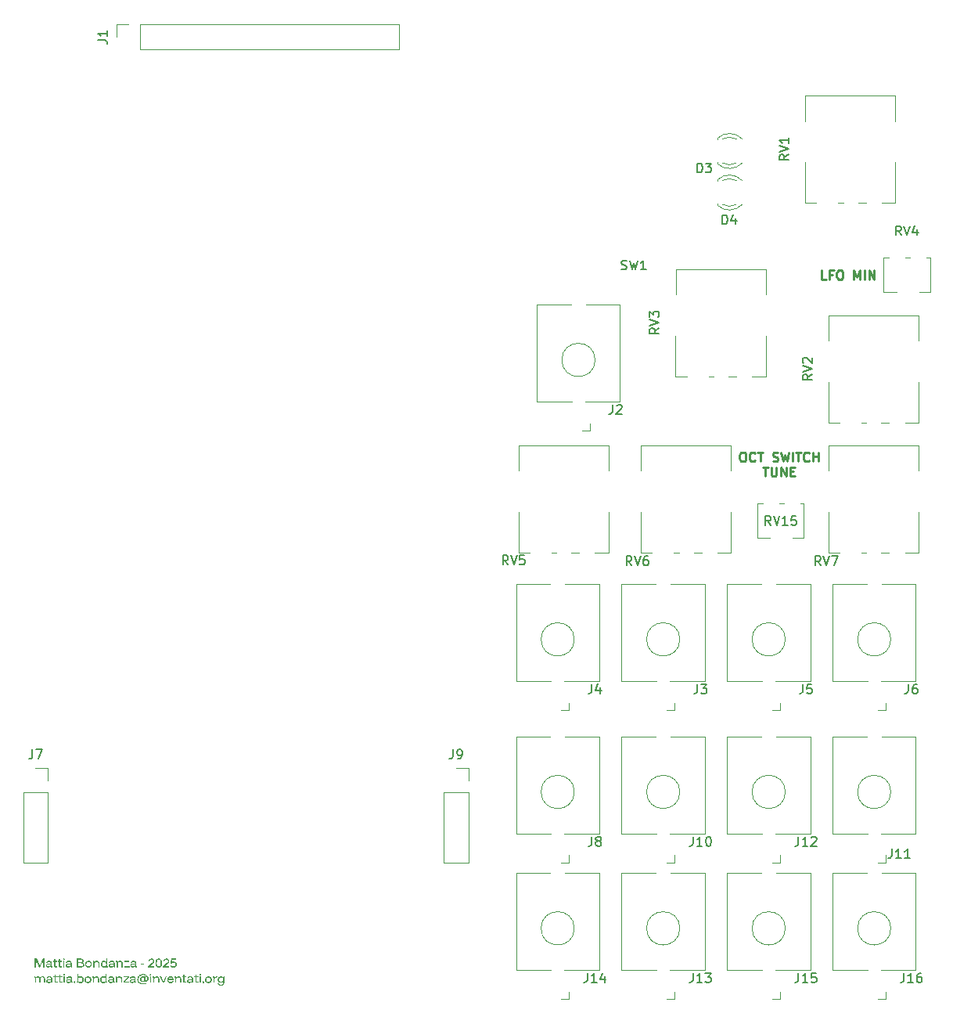
<source format=gbr>
%TF.GenerationSoftware,KiCad,Pcbnew,9.0.6*%
%TF.CreationDate,2025-11-20T09:41:42+01:00*%
%TF.ProjectId,Th-555-biondo,54682d35-3535-42d6-9269-6f6e646f2e6b,rev?*%
%TF.SameCoordinates,Original*%
%TF.FileFunction,Legend,Top*%
%TF.FilePolarity,Positive*%
%FSLAX46Y46*%
G04 Gerber Fmt 4.6, Leading zero omitted, Abs format (unit mm)*
G04 Created by KiCad (PCBNEW 9.0.6) date 2025-11-20 09:41:42*
%MOMM*%
%LPD*%
G01*
G04 APERTURE LIST*
%ADD10C,0.250000*%
%ADD11C,0.200000*%
%ADD12C,0.150000*%
%ADD13C,0.120000*%
G04 APERTURE END LIST*
D10*
X180858758Y-67854619D02*
X180382568Y-67854619D01*
X180382568Y-67854619D02*
X180382568Y-66854619D01*
X181525425Y-67330809D02*
X181192092Y-67330809D01*
X181192092Y-67854619D02*
X181192092Y-66854619D01*
X181192092Y-66854619D02*
X181668282Y-66854619D01*
X182239711Y-66854619D02*
X182430187Y-66854619D01*
X182430187Y-66854619D02*
X182525425Y-66902238D01*
X182525425Y-66902238D02*
X182620663Y-66997476D01*
X182620663Y-66997476D02*
X182668282Y-67187952D01*
X182668282Y-67187952D02*
X182668282Y-67521285D01*
X182668282Y-67521285D02*
X182620663Y-67711761D01*
X182620663Y-67711761D02*
X182525425Y-67807000D01*
X182525425Y-67807000D02*
X182430187Y-67854619D01*
X182430187Y-67854619D02*
X182239711Y-67854619D01*
X182239711Y-67854619D02*
X182144473Y-67807000D01*
X182144473Y-67807000D02*
X182049235Y-67711761D01*
X182049235Y-67711761D02*
X182001616Y-67521285D01*
X182001616Y-67521285D02*
X182001616Y-67187952D01*
X182001616Y-67187952D02*
X182049235Y-66997476D01*
X182049235Y-66997476D02*
X182144473Y-66902238D01*
X182144473Y-66902238D02*
X182239711Y-66854619D01*
X183858759Y-67854619D02*
X183858759Y-66854619D01*
X183858759Y-66854619D02*
X184192092Y-67568904D01*
X184192092Y-67568904D02*
X184525425Y-66854619D01*
X184525425Y-66854619D02*
X184525425Y-67854619D01*
X185001616Y-67854619D02*
X185001616Y-66854619D01*
X185477806Y-67854619D02*
X185477806Y-66854619D01*
X185477806Y-66854619D02*
X186049234Y-67854619D01*
X186049234Y-67854619D02*
X186049234Y-66854619D01*
D11*
G36*
X95215404Y-142240000D02*
G01*
X95215404Y-141291727D01*
X95413363Y-141291727D01*
X95739794Y-142053032D01*
X95741870Y-142053032D01*
X96069521Y-141291727D01*
X96266259Y-141291727D01*
X96266259Y-142240000D01*
X96128262Y-142240000D01*
X96128262Y-141453049D01*
X96126857Y-141453049D01*
X95792245Y-142240000D01*
X95681236Y-142240000D01*
X95345525Y-141451889D01*
X95344059Y-141451889D01*
X95344059Y-142240000D01*
X95215404Y-142240000D01*
G37*
G36*
X96825503Y-141527604D02*
G01*
X96886051Y-141541509D01*
X96935708Y-141563123D01*
X96976334Y-141591962D01*
X97009590Y-141629081D01*
X97033797Y-141673607D01*
X97049057Y-141727054D01*
X97054492Y-141791509D01*
X97054492Y-142100842D01*
X97117445Y-142100842D01*
X97117445Y-142240000D01*
X96973647Y-142240000D01*
X96973647Y-142132716D01*
X96927669Y-142132716D01*
X96901094Y-142166191D01*
X96868268Y-142195210D01*
X96828445Y-142219972D01*
X96785074Y-142237877D01*
X96736506Y-142248967D01*
X96681777Y-142252822D01*
X96621870Y-142248643D01*
X96571509Y-142236905D01*
X96529095Y-142218426D01*
X96493344Y-142193471D01*
X96463238Y-142161445D01*
X96442004Y-142125391D01*
X96429033Y-142084490D01*
X96424528Y-142037522D01*
X96425074Y-142031660D01*
X96552023Y-142031660D01*
X96556531Y-142064870D01*
X96569416Y-142091885D01*
X96590980Y-142114214D01*
X96618542Y-142130020D01*
X96653950Y-142140263D01*
X96699302Y-142144012D01*
X96759569Y-142137379D01*
X96813180Y-142118000D01*
X96859866Y-142087271D01*
X96895245Y-142048696D01*
X96912338Y-142018665D01*
X96922440Y-141987166D01*
X96925837Y-141953564D01*
X96925837Y-141924071D01*
X96696920Y-141924071D01*
X96638725Y-141929589D01*
X96599233Y-141943891D01*
X96573237Y-141965078D01*
X96557628Y-141993501D01*
X96552023Y-142031660D01*
X96425074Y-142031660D01*
X96429139Y-141987994D01*
X96442220Y-141946250D01*
X96463299Y-141910756D01*
X96492794Y-141880474D01*
X96527970Y-141857376D01*
X96571201Y-141839917D01*
X96624142Y-141828622D01*
X96688799Y-141824542D01*
X96925837Y-141824542D01*
X96925837Y-141795050D01*
X96920518Y-141744275D01*
X96905978Y-141705637D01*
X96883128Y-141676258D01*
X96851182Y-141654501D01*
X96807800Y-141640252D01*
X96749433Y-141634949D01*
X96691296Y-141640209D01*
X96647490Y-141654423D01*
X96614714Y-141676238D01*
X96590770Y-141705752D01*
X96574860Y-141744492D01*
X96439305Y-141744492D01*
X96452772Y-141693019D01*
X96473987Y-141649203D01*
X96502897Y-141611822D01*
X96540116Y-141580116D01*
X96597934Y-141549149D01*
X96667558Y-141529581D01*
X96751753Y-141522597D01*
X96825503Y-141527604D01*
G37*
G36*
X97442472Y-142240000D02*
G01*
X97405689Y-142236404D01*
X97376842Y-142226487D01*
X97354178Y-142210874D01*
X97337366Y-142189449D01*
X97326655Y-142161141D01*
X97322732Y-142123801D01*
X97322732Y-141640750D01*
X97192184Y-141640750D01*
X97192184Y-141536580D01*
X97323892Y-141536580D01*
X97323892Y-141326714D01*
X97456027Y-141326714D01*
X97456027Y-141536580D01*
X97639087Y-141536580D01*
X97639087Y-141640750D01*
X97457248Y-141640750D01*
X97457248Y-142133510D01*
X97657772Y-142133510D01*
X97657772Y-142240000D01*
X97442472Y-142240000D01*
G37*
G36*
X97953428Y-142240000D02*
G01*
X97916645Y-142236404D01*
X97887799Y-142226487D01*
X97865134Y-142210874D01*
X97848322Y-142189449D01*
X97837611Y-142161141D01*
X97833688Y-142123801D01*
X97833688Y-141640750D01*
X97703140Y-141640750D01*
X97703140Y-141536580D01*
X97834848Y-141536580D01*
X97834848Y-141326714D01*
X97966983Y-141326714D01*
X97966983Y-141536580D01*
X98150043Y-141536580D01*
X98150043Y-141640750D01*
X97968204Y-141640750D01*
X97968204Y-142133510D01*
X98168728Y-142133510D01*
X98168728Y-142240000D01*
X97953428Y-142240000D01*
G37*
G36*
X98294513Y-142240000D02*
G01*
X98294513Y-141536580D01*
X98429030Y-141536580D01*
X98429030Y-142240000D01*
X98294513Y-142240000D01*
G37*
G36*
X98361741Y-141444867D02*
G01*
X98330709Y-141438912D01*
X98304405Y-141420992D01*
X98286485Y-141394687D01*
X98280530Y-141363656D01*
X98286485Y-141332625D01*
X98304405Y-141306320D01*
X98330709Y-141288400D01*
X98361741Y-141282445D01*
X98392772Y-141288400D01*
X98419077Y-141306320D01*
X98436997Y-141332625D01*
X98442951Y-141363656D01*
X98436997Y-141394687D01*
X98419077Y-141420992D01*
X98392772Y-141438912D01*
X98361741Y-141444867D01*
G37*
G36*
X98973863Y-141527604D02*
G01*
X99034411Y-141541509D01*
X99084068Y-141563123D01*
X99124694Y-141591962D01*
X99157950Y-141629081D01*
X99182157Y-141673607D01*
X99197417Y-141727054D01*
X99202852Y-141791509D01*
X99202852Y-142100842D01*
X99265806Y-142100842D01*
X99265806Y-142240000D01*
X99122008Y-142240000D01*
X99122008Y-142132716D01*
X99076029Y-142132716D01*
X99049454Y-142166191D01*
X99016628Y-142195210D01*
X98976805Y-142219972D01*
X98933434Y-142237877D01*
X98884866Y-142248967D01*
X98830137Y-142252822D01*
X98770230Y-142248643D01*
X98719870Y-142236905D01*
X98677455Y-142218426D01*
X98641704Y-142193471D01*
X98611598Y-142161445D01*
X98590364Y-142125391D01*
X98577393Y-142084490D01*
X98572889Y-142037522D01*
X98573435Y-142031660D01*
X98700383Y-142031660D01*
X98704892Y-142064870D01*
X98717776Y-142091885D01*
X98739340Y-142114214D01*
X98766902Y-142130020D01*
X98802310Y-142140263D01*
X98847662Y-142144012D01*
X98907929Y-142137379D01*
X98961540Y-142118000D01*
X99008226Y-142087271D01*
X99043606Y-142048696D01*
X99060698Y-142018665D01*
X99070800Y-141987166D01*
X99074197Y-141953564D01*
X99074197Y-141924071D01*
X98845280Y-141924071D01*
X98787085Y-141929589D01*
X98747593Y-141943891D01*
X98721597Y-141965078D01*
X98705988Y-141993501D01*
X98700383Y-142031660D01*
X98573435Y-142031660D01*
X98577499Y-141987994D01*
X98590580Y-141946250D01*
X98611659Y-141910756D01*
X98641154Y-141880474D01*
X98676330Y-141857376D01*
X98719561Y-141839917D01*
X98772502Y-141828622D01*
X98837159Y-141824542D01*
X99074197Y-141824542D01*
X99074197Y-141795050D01*
X99068878Y-141744275D01*
X99054338Y-141705637D01*
X99031488Y-141676258D01*
X98999542Y-141654501D01*
X98956160Y-141640252D01*
X98897793Y-141634949D01*
X98839656Y-141640209D01*
X98795850Y-141654423D01*
X98763074Y-141676238D01*
X98739130Y-141705752D01*
X98723220Y-141744492D01*
X98587665Y-141744492D01*
X98601132Y-141693019D01*
X98622347Y-141649203D01*
X98651257Y-141611822D01*
X98688476Y-141580116D01*
X98746294Y-141549149D01*
X98815919Y-141529581D01*
X98900113Y-141522597D01*
X98973863Y-141527604D01*
G37*
G36*
X100301221Y-141296240D02*
G01*
X100353897Y-141309062D01*
X100399418Y-141329526D01*
X100438904Y-141357550D01*
X100471823Y-141392976D01*
X100495249Y-141433601D01*
X100509689Y-141480458D01*
X100514741Y-141535054D01*
X100509139Y-141586542D01*
X100493169Y-141629697D01*
X100467053Y-141666334D01*
X100432989Y-141696855D01*
X100395834Y-141719061D01*
X100355006Y-141733562D01*
X100355006Y-141735027D01*
X100400920Y-141746792D01*
X100449651Y-141770015D01*
X100493430Y-141803391D01*
X100529579Y-141848234D01*
X100546726Y-141882903D01*
X100557510Y-141923790D01*
X100561331Y-141972248D01*
X100556883Y-142025111D01*
X100544044Y-142071924D01*
X100523107Y-142113787D01*
X100494541Y-142150840D01*
X100459387Y-142181840D01*
X100416861Y-142207149D01*
X100370460Y-142225059D01*
X100318804Y-142236150D01*
X100260973Y-142240000D01*
X99779815Y-142240000D01*
X99779815Y-142121847D01*
X99917812Y-142121847D01*
X100232946Y-142121847D01*
X100291092Y-142116770D01*
X100337031Y-142102793D01*
X100373325Y-142080997D01*
X100401241Y-142050408D01*
X100418408Y-142011527D01*
X100424555Y-141961746D01*
X100418467Y-141912778D01*
X100401486Y-141874694D01*
X100373874Y-141844876D01*
X100338044Y-141823726D01*
X100292335Y-141810095D01*
X100234106Y-141805125D01*
X99917812Y-141805125D01*
X99917812Y-142121847D01*
X99779815Y-142121847D01*
X99779815Y-141691613D01*
X99917812Y-141691613D01*
X100223665Y-141691613D01*
X100270826Y-141687143D01*
X100307912Y-141674819D01*
X100337116Y-141655465D01*
X100359193Y-141628822D01*
X100372950Y-141594864D01*
X100377904Y-141551357D01*
X100372966Y-141507875D01*
X100359219Y-141473710D01*
X100337116Y-141446699D01*
X100307864Y-141426995D01*
X100270778Y-141414475D01*
X100223665Y-141409940D01*
X99917812Y-141409940D01*
X99917812Y-141691613D01*
X99779815Y-141691613D01*
X99779815Y-141291727D01*
X100239968Y-141291727D01*
X100301221Y-141296240D01*
G37*
G36*
X101102903Y-141527888D02*
G01*
X101166441Y-141542982D01*
X101222008Y-141567172D01*
X101271956Y-141601122D01*
X101313359Y-141643072D01*
X101346938Y-141693811D01*
X101370785Y-141750097D01*
X101385680Y-141814415D01*
X101390901Y-141888290D01*
X101385709Y-141961382D01*
X101370840Y-142025554D01*
X101346938Y-142082219D01*
X101313295Y-142133267D01*
X101271715Y-142175394D01*
X101221458Y-142209408D01*
X101165513Y-142233654D01*
X101102122Y-142248721D01*
X101029849Y-142253982D01*
X100958388Y-142248680D01*
X100895365Y-142233451D01*
X100839401Y-142208859D01*
X100789043Y-142174539D01*
X100747255Y-142132371D01*
X100713311Y-142081608D01*
X100689118Y-142025303D01*
X100674061Y-141961351D01*
X100668797Y-141888290D01*
X100803314Y-141888290D01*
X100807556Y-141946808D01*
X100819440Y-141995628D01*
X100838131Y-142036436D01*
X100863398Y-142070556D01*
X100895457Y-142098511D01*
X100933079Y-142118726D01*
X100977368Y-142131363D01*
X101029849Y-142135830D01*
X101083005Y-142131335D01*
X101127570Y-142118653D01*
X101165151Y-142098436D01*
X101196912Y-142070556D01*
X101221899Y-142036476D01*
X101240404Y-141995683D01*
X101252180Y-141946849D01*
X101256385Y-141888290D01*
X101252154Y-141829040D01*
X101240338Y-141779931D01*
X101221831Y-141739189D01*
X101196912Y-141705413D01*
X101165190Y-141677821D01*
X101127625Y-141657788D01*
X101083046Y-141645210D01*
X101029849Y-141640750D01*
X100977368Y-141645216D01*
X100933079Y-141657854D01*
X100895457Y-141678068D01*
X100863398Y-141706024D01*
X100838131Y-141740144D01*
X100819440Y-141780951D01*
X100807556Y-141829772D01*
X100803314Y-141888290D01*
X100668797Y-141888290D01*
X100674061Y-141815229D01*
X100689118Y-141751277D01*
X100713311Y-141694972D01*
X100747223Y-141644170D01*
X100788819Y-141602029D01*
X100838790Y-141567782D01*
X100894420Y-141543210D01*
X100957613Y-141527935D01*
X101029849Y-141522597D01*
X101102903Y-141527888D01*
G37*
G36*
X101566268Y-142240000D02*
G01*
X101566268Y-141675737D01*
X101498674Y-141675737D01*
X101498674Y-141536580D01*
X101642472Y-141536580D01*
X101642472Y-141643864D01*
X101688389Y-141643864D01*
X101721341Y-141601499D01*
X101761351Y-141568639D01*
X101809393Y-141544507D01*
X101867093Y-141529214D01*
X101936601Y-141523757D01*
X102003397Y-141529107D01*
X102060249Y-141544271D01*
X102108921Y-141568500D01*
X102150741Y-141601854D01*
X102184833Y-141643232D01*
X102209411Y-141690865D01*
X102224693Y-141745969D01*
X102230059Y-141810193D01*
X102230059Y-142240000D01*
X102095542Y-142240000D01*
X102095542Y-141832358D01*
X102089284Y-141772788D01*
X102072052Y-141726685D01*
X102044801Y-141690942D01*
X102008083Y-141664765D01*
X101960288Y-141648027D01*
X101898133Y-141641910D01*
X101836019Y-141648024D01*
X101788219Y-141664760D01*
X101751465Y-141690942D01*
X101724214Y-141726685D01*
X101706982Y-141772788D01*
X101700724Y-141832358D01*
X101700724Y-142240000D01*
X101566268Y-142240000D01*
G37*
G36*
X103067140Y-142100842D02*
G01*
X103134734Y-142100842D01*
X103134734Y-142240000D01*
X102990936Y-142240000D01*
X102990936Y-142132716D01*
X102945019Y-142132716D01*
X102912836Y-142175732D01*
X102873833Y-142208922D01*
X102827119Y-142233189D01*
X102771131Y-142248520D01*
X102703768Y-142253982D01*
X102625742Y-142247226D01*
X102560250Y-142228140D01*
X102504921Y-142197638D01*
X102458060Y-142155430D01*
X102421129Y-142104052D01*
X102393948Y-142043630D01*
X102376774Y-141972439D01*
X102370682Y-141888290D01*
X102505198Y-141888290D01*
X102509270Y-141947661D01*
X102520646Y-141997046D01*
X102538449Y-142038145D01*
X102562351Y-142072327D01*
X102593098Y-142100560D01*
X102629395Y-142120922D01*
X102672355Y-142133647D01*
X102723551Y-142138150D01*
X102784626Y-142131666D01*
X102834448Y-142113407D01*
X102875471Y-142083928D01*
X102906791Y-142044508D01*
X102925896Y-141997170D01*
X102932623Y-141939581D01*
X102932623Y-141836999D01*
X102925894Y-141779412D01*
X102906789Y-141732095D01*
X102875471Y-141692712D01*
X102834444Y-141663198D01*
X102784621Y-141644920D01*
X102723551Y-141638429D01*
X102672355Y-141642932D01*
X102629395Y-141655657D01*
X102593098Y-141676020D01*
X102562351Y-141704253D01*
X102538449Y-141738435D01*
X102520646Y-141779534D01*
X102509270Y-141828919D01*
X102505198Y-141888290D01*
X102370682Y-141888290D01*
X102376667Y-141804028D01*
X102393527Y-141732797D01*
X102420169Y-141672416D01*
X102456289Y-141621149D01*
X102502357Y-141578613D01*
X102555917Y-141548149D01*
X102618454Y-141529246D01*
X102692105Y-141522597D01*
X102747608Y-141526506D01*
X102795934Y-141537658D01*
X102838224Y-141555509D01*
X102876169Y-141580771D01*
X102906920Y-141611961D01*
X102931158Y-141649665D01*
X102932623Y-141649665D01*
X102932623Y-141256800D01*
X103067140Y-141256800D01*
X103067140Y-142100842D01*
G37*
G36*
X103635970Y-141527604D02*
G01*
X103696519Y-141541509D01*
X103746176Y-141563123D01*
X103786802Y-141591962D01*
X103820057Y-141629081D01*
X103844265Y-141673607D01*
X103859524Y-141727054D01*
X103864959Y-141791509D01*
X103864959Y-142100842D01*
X103927913Y-142100842D01*
X103927913Y-142240000D01*
X103784115Y-142240000D01*
X103784115Y-142132716D01*
X103738136Y-142132716D01*
X103711562Y-142166191D01*
X103678736Y-142195210D01*
X103638913Y-142219972D01*
X103595542Y-142237877D01*
X103546973Y-142248967D01*
X103492245Y-142252822D01*
X103432337Y-142248643D01*
X103381977Y-142236905D01*
X103339562Y-142218426D01*
X103303811Y-142193471D01*
X103273705Y-142161445D01*
X103252472Y-142125391D01*
X103239501Y-142084490D01*
X103234996Y-142037522D01*
X103235542Y-142031660D01*
X103362491Y-142031660D01*
X103366999Y-142064870D01*
X103379884Y-142091885D01*
X103401448Y-142114214D01*
X103429010Y-142130020D01*
X103464417Y-142140263D01*
X103509769Y-142144012D01*
X103570036Y-142137379D01*
X103623647Y-142118000D01*
X103670334Y-142087271D01*
X103705713Y-142048696D01*
X103722805Y-142018665D01*
X103732907Y-141987166D01*
X103736304Y-141953564D01*
X103736304Y-141924071D01*
X103507388Y-141924071D01*
X103449192Y-141929589D01*
X103409700Y-141943891D01*
X103383705Y-141965078D01*
X103368096Y-141993501D01*
X103362491Y-142031660D01*
X103235542Y-142031660D01*
X103239607Y-141987994D01*
X103252688Y-141946250D01*
X103273766Y-141910756D01*
X103303262Y-141880474D01*
X103338438Y-141857376D01*
X103381669Y-141839917D01*
X103434609Y-141828622D01*
X103499267Y-141824542D01*
X103736304Y-141824542D01*
X103736304Y-141795050D01*
X103730985Y-141744275D01*
X103716445Y-141705637D01*
X103693596Y-141676258D01*
X103661650Y-141654501D01*
X103618268Y-141640252D01*
X103559900Y-141634949D01*
X103501764Y-141640209D01*
X103457958Y-141654423D01*
X103425182Y-141676238D01*
X103401237Y-141705752D01*
X103385327Y-141744492D01*
X103249773Y-141744492D01*
X103263239Y-141693019D01*
X103284454Y-141649203D01*
X103313365Y-141611822D01*
X103350584Y-141580116D01*
X103408401Y-141549149D01*
X103478026Y-141529581D01*
X103562220Y-141522597D01*
X103635970Y-141527604D01*
G37*
G36*
X104082946Y-142240000D02*
G01*
X104082946Y-141675737D01*
X104015352Y-141675737D01*
X104015352Y-141536580D01*
X104159150Y-141536580D01*
X104159150Y-141643864D01*
X104205068Y-141643864D01*
X104238020Y-141601499D01*
X104278030Y-141568639D01*
X104326071Y-141544507D01*
X104383771Y-141529214D01*
X104453279Y-141523757D01*
X104520076Y-141529107D01*
X104576928Y-141544271D01*
X104625600Y-141568500D01*
X104667419Y-141601854D01*
X104701511Y-141643232D01*
X104726089Y-141690865D01*
X104741371Y-141745969D01*
X104746737Y-141810193D01*
X104746737Y-142240000D01*
X104612220Y-142240000D01*
X104612220Y-141832358D01*
X104605962Y-141772788D01*
X104588730Y-141726685D01*
X104561479Y-141690942D01*
X104524761Y-141664765D01*
X104476966Y-141648027D01*
X104414811Y-141641910D01*
X104352697Y-141648024D01*
X104304897Y-141664760D01*
X104268143Y-141690942D01*
X104240892Y-141726685D01*
X104223660Y-141772788D01*
X104217402Y-141832358D01*
X104217402Y-142240000D01*
X104082946Y-142240000D01*
G37*
G36*
X104879239Y-142240000D02*
G01*
X104879239Y-142148714D01*
X105299092Y-141645390D01*
X104900183Y-141645390D01*
X104900183Y-141536580D01*
X105461392Y-141536580D01*
X105461392Y-141627866D01*
X105041538Y-142131189D01*
X105468414Y-142131189D01*
X105468414Y-142240000D01*
X104879239Y-142240000D01*
G37*
G36*
X105959208Y-141527604D02*
G01*
X106019757Y-141541509D01*
X106069414Y-141563123D01*
X106110040Y-141591962D01*
X106143295Y-141629081D01*
X106167503Y-141673607D01*
X106182762Y-141727054D01*
X106188197Y-141791509D01*
X106188197Y-142100842D01*
X106251151Y-142100842D01*
X106251151Y-142240000D01*
X106107353Y-142240000D01*
X106107353Y-142132716D01*
X106061374Y-142132716D01*
X106034800Y-142166191D01*
X106001974Y-142195210D01*
X105962151Y-142219972D01*
X105918779Y-142237877D01*
X105870211Y-142248967D01*
X105815483Y-142252822D01*
X105755575Y-142248643D01*
X105705215Y-142236905D01*
X105662800Y-142218426D01*
X105627049Y-142193471D01*
X105596943Y-142161445D01*
X105575710Y-142125391D01*
X105562739Y-142084490D01*
X105558234Y-142037522D01*
X105558780Y-142031660D01*
X105685729Y-142031660D01*
X105690237Y-142064870D01*
X105703121Y-142091885D01*
X105724685Y-142114214D01*
X105752248Y-142130020D01*
X105787655Y-142140263D01*
X105833007Y-142144012D01*
X105893274Y-142137379D01*
X105946885Y-142118000D01*
X105993572Y-142087271D01*
X106028951Y-142048696D01*
X106046043Y-142018665D01*
X106056145Y-141987166D01*
X106059542Y-141953564D01*
X106059542Y-141924071D01*
X105830626Y-141924071D01*
X105772430Y-141929589D01*
X105732938Y-141943891D01*
X105706943Y-141965078D01*
X105691334Y-141993501D01*
X105685729Y-142031660D01*
X105558780Y-142031660D01*
X105562845Y-141987994D01*
X105575926Y-141946250D01*
X105597004Y-141910756D01*
X105626500Y-141880474D01*
X105661676Y-141857376D01*
X105704907Y-141839917D01*
X105757847Y-141828622D01*
X105822505Y-141824542D01*
X106059542Y-141824542D01*
X106059542Y-141795050D01*
X106054223Y-141744275D01*
X106039683Y-141705637D01*
X106016834Y-141676258D01*
X105984888Y-141654501D01*
X105941506Y-141640252D01*
X105883138Y-141634949D01*
X105825002Y-141640209D01*
X105781196Y-141654423D01*
X105748420Y-141676238D01*
X105724475Y-141705752D01*
X105708565Y-141744492D01*
X105573011Y-141744492D01*
X105586477Y-141693019D01*
X105607692Y-141649203D01*
X105636603Y-141611822D01*
X105673822Y-141580116D01*
X105731639Y-141549149D01*
X105801264Y-141529581D01*
X105885458Y-141522597D01*
X105959208Y-141527604D01*
G37*
G36*
X106698726Y-141946175D02*
G01*
X106698726Y-141830404D01*
X107033705Y-141830404D01*
X107033705Y-141946175D01*
X106698726Y-141946175D01*
G37*
G36*
X107489951Y-142240000D02*
G01*
X107489951Y-142141570D01*
X107882327Y-141759818D01*
X107949376Y-141689475D01*
X107984481Y-141642581D01*
X108005473Y-141596109D01*
X108012264Y-141549036D01*
X108006521Y-141502141D01*
X107990350Y-141464698D01*
X107963904Y-141434487D01*
X107929421Y-141412674D01*
X107885288Y-141398676D01*
X107828838Y-141393576D01*
X107768243Y-141399366D01*
X107720729Y-141415317D01*
X107683424Y-141440361D01*
X107654480Y-141474932D01*
X107633323Y-141520890D01*
X107620743Y-141581277D01*
X107489829Y-141581277D01*
X107500311Y-141510487D01*
X107520726Y-141450781D01*
X107550440Y-141400261D01*
X107589663Y-141357550D01*
X107636802Y-141323650D01*
X107691553Y-141298837D01*
X107755345Y-141283247D01*
X107829998Y-141277744D01*
X107893335Y-141281733D01*
X107948606Y-141293097D01*
X107996999Y-141311205D01*
X108041542Y-141336952D01*
X108078034Y-141367989D01*
X108107397Y-141404567D01*
X108129015Y-141446060D01*
X108142218Y-141492280D01*
X108146781Y-141544335D01*
X108142710Y-141588842D01*
X108130379Y-141632858D01*
X108109228Y-141677020D01*
X108063925Y-141740962D01*
X107989916Y-141819719D01*
X107674842Y-142120931D01*
X107675331Y-142123007D01*
X108164244Y-142123007D01*
X108164244Y-142240000D01*
X107489951Y-142240000D01*
G37*
G36*
X108700024Y-141283165D02*
G01*
X108758063Y-141298619D01*
X108808451Y-141323458D01*
X108852414Y-141357820D01*
X108890683Y-141402613D01*
X108926422Y-141465910D01*
X108953960Y-141545219D01*
X108972029Y-141643897D01*
X108978611Y-141765863D01*
X108972030Y-141887826D01*
X108953962Y-141986516D01*
X108926424Y-142065848D01*
X108890683Y-142129174D01*
X108852417Y-142173942D01*
X108808456Y-142208287D01*
X108758069Y-142233115D01*
X108700027Y-142248563D01*
X108632702Y-142253982D01*
X108565405Y-142248565D01*
X108507375Y-142233119D01*
X108456985Y-142208292D01*
X108413011Y-142173946D01*
X108374720Y-142129174D01*
X108339006Y-142065852D01*
X108311487Y-141986522D01*
X108293431Y-141887830D01*
X108286854Y-141765863D01*
X108416669Y-141765863D01*
X108423170Y-141883820D01*
X108440403Y-141971755D01*
X108465634Y-142035961D01*
X108497197Y-142081681D01*
X108534706Y-142112824D01*
X108579144Y-142131587D01*
X108632702Y-142138150D01*
X108686279Y-142131586D01*
X108730731Y-142112821D01*
X108768251Y-142081675D01*
X108799822Y-142035953D01*
X108825058Y-141971746D01*
X108842294Y-141883814D01*
X108848796Y-141765863D01*
X108842294Y-141647912D01*
X108825058Y-141559980D01*
X108799822Y-141495774D01*
X108768251Y-141450051D01*
X108730731Y-141418905D01*
X108686279Y-141400140D01*
X108632702Y-141393576D01*
X108579144Y-141400139D01*
X108534706Y-141418902D01*
X108497197Y-141450045D01*
X108465634Y-141495765D01*
X108440403Y-141559971D01*
X108423170Y-141647906D01*
X108416669Y-141765863D01*
X108286854Y-141765863D01*
X108293432Y-141643893D01*
X108311489Y-141545213D01*
X108339008Y-141465906D01*
X108374720Y-141402613D01*
X108413014Y-141357816D01*
X108456991Y-141323453D01*
X108507381Y-141298615D01*
X108565409Y-141283164D01*
X108632702Y-141277744D01*
X108700024Y-141283165D01*
G37*
G36*
X109100000Y-142240000D02*
G01*
X109100000Y-142141570D01*
X109492376Y-141759818D01*
X109559425Y-141689475D01*
X109594530Y-141642581D01*
X109615522Y-141596109D01*
X109622313Y-141549036D01*
X109616569Y-141502141D01*
X109600399Y-141464698D01*
X109573953Y-141434487D01*
X109539470Y-141412674D01*
X109495337Y-141398676D01*
X109438886Y-141393576D01*
X109378292Y-141399366D01*
X109330778Y-141415317D01*
X109293473Y-141440361D01*
X109264529Y-141474932D01*
X109243372Y-141520890D01*
X109230792Y-141581277D01*
X109099877Y-141581277D01*
X109110360Y-141510487D01*
X109130775Y-141450781D01*
X109160489Y-141400261D01*
X109199712Y-141357550D01*
X109246851Y-141323650D01*
X109301602Y-141298837D01*
X109365394Y-141283247D01*
X109440047Y-141277744D01*
X109503384Y-141281733D01*
X109558655Y-141293097D01*
X109607048Y-141311205D01*
X109651591Y-141336952D01*
X109688083Y-141367989D01*
X109717445Y-141404567D01*
X109739064Y-141446060D01*
X109752267Y-141492280D01*
X109756830Y-141544335D01*
X109752759Y-141588842D01*
X109740428Y-141632858D01*
X109719277Y-141677020D01*
X109673974Y-141740962D01*
X109599965Y-141819719D01*
X109284891Y-142120931D01*
X109285380Y-142123007D01*
X109774293Y-142123007D01*
X109774293Y-142240000D01*
X109100000Y-142240000D01*
G37*
G36*
X110227608Y-142253982D02*
G01*
X110152336Y-142249015D01*
X110088792Y-142235057D01*
X110035082Y-142213110D01*
X109989654Y-142183579D01*
X109950893Y-142145374D01*
X109921697Y-142100619D01*
X109901570Y-142048228D01*
X109890858Y-141986598D01*
X110023054Y-141986598D01*
X110032856Y-142032416D01*
X110053292Y-142069225D01*
X110084848Y-142098949D01*
X110123988Y-142119906D01*
X110172373Y-142133313D01*
X110232248Y-142138150D01*
X110299613Y-142131399D01*
X110351400Y-142112909D01*
X110391189Y-142083928D01*
X110421027Y-142044668D01*
X110439466Y-141996620D01*
X110446022Y-141937260D01*
X110439134Y-141875749D01*
X110419884Y-141826841D01*
X110388869Y-141787662D01*
X110347806Y-141758601D01*
X110297270Y-141740468D01*
X110234630Y-141733989D01*
X110175920Y-141739301D01*
X110122278Y-141754872D01*
X110074976Y-141780654D01*
X110039724Y-141814467D01*
X109923464Y-141814467D01*
X109989227Y-141291727D01*
X110523386Y-141291727D01*
X110523386Y-141408719D01*
X110099930Y-141408719D01*
X110066591Y-141678790D01*
X110068361Y-141678790D01*
X110117980Y-141648154D01*
X110179711Y-141628708D01*
X110256734Y-141621699D01*
X110329424Y-141627378D01*
X110391375Y-141643473D01*
X110444460Y-141669159D01*
X110490108Y-141704436D01*
X110527344Y-141748414D01*
X110554264Y-141799667D01*
X110571070Y-141859624D01*
X110576997Y-141930239D01*
X110570871Y-142002416D01*
X110553394Y-142064535D01*
X110525215Y-142118431D01*
X110486017Y-142165444D01*
X110438214Y-142202689D01*
X110380631Y-142230208D01*
X110311282Y-142247720D01*
X110227608Y-142253982D01*
G37*
G36*
X95224747Y-143920000D02*
G01*
X95224747Y-143355737D01*
X95157152Y-143355737D01*
X95157152Y-143216580D01*
X95300950Y-143216580D01*
X95300950Y-143323864D01*
X95353768Y-143323864D01*
X95382432Y-143281343D01*
X95418307Y-143248568D01*
X95462315Y-143224530D01*
X95516178Y-143209245D01*
X95582257Y-143203757D01*
X95647384Y-143209590D01*
X95701594Y-143226028D01*
X95747013Y-143252286D01*
X95785123Y-143288700D01*
X95816608Y-143336687D01*
X95817768Y-143336687D01*
X95850996Y-143288809D01*
X95890783Y-143252365D01*
X95937855Y-143226051D01*
X95993674Y-143209588D01*
X96060301Y-143203757D01*
X96124886Y-143208969D01*
X96179083Y-143223654D01*
X96224781Y-143246987D01*
X96263389Y-143278984D01*
X96294309Y-143318539D01*
X96316930Y-143365151D01*
X96331181Y-143420200D01*
X96336235Y-143485491D01*
X96336235Y-143920000D01*
X96201718Y-143920000D01*
X96201718Y-143504176D01*
X96196031Y-143444778D01*
X96180659Y-143400255D01*
X96156945Y-143367086D01*
X96124517Y-143343057D01*
X96081362Y-143327601D01*
X96024153Y-143321910D01*
X95967400Y-143327583D01*
X95924555Y-143342999D01*
X95892325Y-143366989D01*
X95868727Y-143400142D01*
X95853416Y-143444694D01*
X95847749Y-143504176D01*
X95847749Y-143920000D01*
X95713232Y-143920000D01*
X95713232Y-143504176D01*
X95707546Y-143444778D01*
X95692174Y-143400255D01*
X95668459Y-143367086D01*
X95636031Y-143343057D01*
X95592877Y-143327601D01*
X95535668Y-143321910D01*
X95479819Y-143327702D01*
X95436988Y-143343580D01*
X95404143Y-143368560D01*
X95380184Y-143402355D01*
X95364826Y-143446530D01*
X95359202Y-143504176D01*
X95359202Y-143920000D01*
X95224747Y-143920000D01*
G37*
G36*
X96870443Y-143207604D02*
G01*
X96930992Y-143221509D01*
X96980649Y-143243123D01*
X97021275Y-143271962D01*
X97054530Y-143309081D01*
X97078738Y-143353607D01*
X97093997Y-143407054D01*
X97099433Y-143471509D01*
X97099433Y-143780842D01*
X97162386Y-143780842D01*
X97162386Y-143920000D01*
X97018588Y-143920000D01*
X97018588Y-143812716D01*
X96972609Y-143812716D01*
X96946035Y-143846191D01*
X96913209Y-143875210D01*
X96873386Y-143899972D01*
X96830015Y-143917877D01*
X96781446Y-143928967D01*
X96726718Y-143932822D01*
X96666811Y-143928643D01*
X96616450Y-143916905D01*
X96574035Y-143898426D01*
X96538285Y-143873471D01*
X96508178Y-143841445D01*
X96486945Y-143805391D01*
X96473974Y-143764490D01*
X96469469Y-143717522D01*
X96470015Y-143711660D01*
X96596964Y-143711660D01*
X96601472Y-143744870D01*
X96614357Y-143771885D01*
X96635921Y-143794214D01*
X96663483Y-143810020D01*
X96698890Y-143820263D01*
X96744242Y-143824012D01*
X96804509Y-143817379D01*
X96858121Y-143798000D01*
X96904807Y-143767271D01*
X96940186Y-143728696D01*
X96957278Y-143698665D01*
X96967380Y-143667166D01*
X96970778Y-143633564D01*
X96970778Y-143604071D01*
X96741861Y-143604071D01*
X96683666Y-143609589D01*
X96644173Y-143623891D01*
X96618178Y-143645078D01*
X96602569Y-143673501D01*
X96596964Y-143711660D01*
X96470015Y-143711660D01*
X96474080Y-143667994D01*
X96487161Y-143626250D01*
X96508239Y-143590756D01*
X96537735Y-143560474D01*
X96572911Y-143537376D01*
X96616142Y-143519917D01*
X96669082Y-143508622D01*
X96733740Y-143504542D01*
X96970778Y-143504542D01*
X96970778Y-143475050D01*
X96965458Y-143424275D01*
X96950918Y-143385637D01*
X96928069Y-143356258D01*
X96896123Y-143334501D01*
X96852741Y-143320252D01*
X96794373Y-143314949D01*
X96736237Y-143320209D01*
X96692431Y-143334423D01*
X96659655Y-143356238D01*
X96635710Y-143385752D01*
X96619801Y-143424492D01*
X96484246Y-143424492D01*
X96497713Y-143373019D01*
X96518928Y-143329203D01*
X96547838Y-143291822D01*
X96585057Y-143260116D01*
X96642874Y-143229149D01*
X96712499Y-143209581D01*
X96796693Y-143202597D01*
X96870443Y-143207604D01*
G37*
G36*
X97487412Y-143920000D02*
G01*
X97450629Y-143916404D01*
X97421783Y-143906487D01*
X97399118Y-143890874D01*
X97382307Y-143869449D01*
X97371596Y-143841141D01*
X97367672Y-143803801D01*
X97367672Y-143320750D01*
X97237124Y-143320750D01*
X97237124Y-143216580D01*
X97368832Y-143216580D01*
X97368832Y-143006714D01*
X97500968Y-143006714D01*
X97500968Y-143216580D01*
X97684028Y-143216580D01*
X97684028Y-143320750D01*
X97502189Y-143320750D01*
X97502189Y-143813510D01*
X97702712Y-143813510D01*
X97702712Y-143920000D01*
X97487412Y-143920000D01*
G37*
G36*
X97998368Y-143920000D02*
G01*
X97961586Y-143916404D01*
X97932739Y-143906487D01*
X97910075Y-143890874D01*
X97893263Y-143869449D01*
X97882552Y-143841141D01*
X97878628Y-143803801D01*
X97878628Y-143320750D01*
X97748080Y-143320750D01*
X97748080Y-143216580D01*
X97879788Y-143216580D01*
X97879788Y-143006714D01*
X98011924Y-143006714D01*
X98011924Y-143216580D01*
X98194984Y-143216580D01*
X98194984Y-143320750D01*
X98013145Y-143320750D01*
X98013145Y-143813510D01*
X98213668Y-143813510D01*
X98213668Y-143920000D01*
X97998368Y-143920000D01*
G37*
G36*
X98339453Y-143920000D02*
G01*
X98339453Y-143216580D01*
X98473970Y-143216580D01*
X98473970Y-143920000D01*
X98339453Y-143920000D01*
G37*
G36*
X98406681Y-143124867D02*
G01*
X98375650Y-143118912D01*
X98349345Y-143100992D01*
X98331425Y-143074687D01*
X98325471Y-143043656D01*
X98331425Y-143012625D01*
X98349345Y-142986320D01*
X98375650Y-142968400D01*
X98406681Y-142962445D01*
X98437713Y-142968400D01*
X98464017Y-142986320D01*
X98481937Y-143012625D01*
X98487892Y-143043656D01*
X98481937Y-143074687D01*
X98464017Y-143100992D01*
X98437713Y-143118912D01*
X98406681Y-143124867D01*
G37*
G36*
X99018803Y-143207604D02*
G01*
X99079352Y-143221509D01*
X99129009Y-143243123D01*
X99169635Y-143271962D01*
X99202891Y-143309081D01*
X99227098Y-143353607D01*
X99242357Y-143407054D01*
X99247793Y-143471509D01*
X99247793Y-143780842D01*
X99310746Y-143780842D01*
X99310746Y-143920000D01*
X99166948Y-143920000D01*
X99166948Y-143812716D01*
X99120969Y-143812716D01*
X99094395Y-143846191D01*
X99061569Y-143875210D01*
X99021746Y-143899972D01*
X98978375Y-143917877D01*
X98929806Y-143928967D01*
X98875078Y-143932822D01*
X98815171Y-143928643D01*
X98764810Y-143916905D01*
X98722396Y-143898426D01*
X98686645Y-143873471D01*
X98656538Y-143841445D01*
X98635305Y-143805391D01*
X98622334Y-143764490D01*
X98617829Y-143717522D01*
X98618375Y-143711660D01*
X98745324Y-143711660D01*
X98749832Y-143744870D01*
X98762717Y-143771885D01*
X98784281Y-143794214D01*
X98811843Y-143810020D01*
X98847250Y-143820263D01*
X98892602Y-143824012D01*
X98952870Y-143817379D01*
X99006481Y-143798000D01*
X99053167Y-143767271D01*
X99088546Y-143728696D01*
X99105639Y-143698665D01*
X99115740Y-143667166D01*
X99119138Y-143633564D01*
X99119138Y-143604071D01*
X98890221Y-143604071D01*
X98832026Y-143609589D01*
X98792533Y-143623891D01*
X98766538Y-143645078D01*
X98750929Y-143673501D01*
X98745324Y-143711660D01*
X98618375Y-143711660D01*
X98622440Y-143667994D01*
X98635521Y-143626250D01*
X98656600Y-143590756D01*
X98686095Y-143560474D01*
X98721271Y-143537376D01*
X98764502Y-143519917D01*
X98817443Y-143508622D01*
X98882100Y-143504542D01*
X99119138Y-143504542D01*
X99119138Y-143475050D01*
X99113818Y-143424275D01*
X99099278Y-143385637D01*
X99076429Y-143356258D01*
X99044483Y-143334501D01*
X99001101Y-143320252D01*
X98942733Y-143314949D01*
X98884597Y-143320209D01*
X98840791Y-143334423D01*
X98808015Y-143356238D01*
X98784070Y-143385752D01*
X98768161Y-143424492D01*
X98632606Y-143424492D01*
X98646073Y-143373019D01*
X98667288Y-143329203D01*
X98696198Y-143291822D01*
X98733417Y-143260116D01*
X98791234Y-143229149D01*
X98860859Y-143209581D01*
X98945054Y-143202597D01*
X99018803Y-143207604D01*
G37*
G36*
X99522688Y-143933982D02*
G01*
X99486276Y-143927117D01*
X99455949Y-143906627D01*
X99435456Y-143876308D01*
X99428593Y-143839949D01*
X99435456Y-143803590D01*
X99455949Y-143773271D01*
X99486281Y-143752733D01*
X99522688Y-143745854D01*
X99559032Y-143752733D01*
X99589305Y-143773271D01*
X99609845Y-143803594D01*
X99616721Y-143839949D01*
X99609845Y-143876303D01*
X99589305Y-143906627D01*
X99559037Y-143927118D01*
X99522688Y-143933982D01*
G37*
G36*
X99936313Y-143329665D02*
G01*
X99937840Y-143329665D01*
X99962042Y-143291963D01*
X99992772Y-143260773D01*
X100030713Y-143235509D01*
X100073042Y-143217656D01*
X100121390Y-143206505D01*
X100176892Y-143202597D01*
X100250544Y-143209247D01*
X100313070Y-143228151D01*
X100366609Y-143258615D01*
X100412648Y-143301149D01*
X100448767Y-143352416D01*
X100475409Y-143412797D01*
X100492269Y-143484028D01*
X100498255Y-143568290D01*
X100492163Y-143652439D01*
X100474988Y-143723630D01*
X100447808Y-143784052D01*
X100410877Y-143835430D01*
X100364044Y-143877636D01*
X100308737Y-143908138D01*
X100243257Y-143927225D01*
X100165230Y-143933982D01*
X100097837Y-143928518D01*
X100041839Y-143913185D01*
X99995128Y-143888916D01*
X99956138Y-143855728D01*
X99923979Y-143812716D01*
X99878061Y-143812716D01*
X99878061Y-143920000D01*
X99734263Y-143920000D01*
X99734263Y-143780842D01*
X99801857Y-143780842D01*
X99801857Y-143516999D01*
X99936313Y-143516999D01*
X99936313Y-143619581D01*
X99943041Y-143677170D01*
X99962145Y-143724508D01*
X99993466Y-143763928D01*
X100034524Y-143793412D01*
X100084351Y-143811668D01*
X100145385Y-143818150D01*
X100196615Y-143813645D01*
X100239583Y-143800917D01*
X100275868Y-143780555D01*
X100306585Y-143752327D01*
X100330515Y-143718141D01*
X100348337Y-143677040D01*
X100359724Y-143627657D01*
X100363799Y-143568290D01*
X100359724Y-143508923D01*
X100348337Y-143459539D01*
X100330515Y-143418439D01*
X100306585Y-143384253D01*
X100275868Y-143356025D01*
X100239583Y-143335662D01*
X100196615Y-143322934D01*
X100145385Y-143318429D01*
X100084355Y-143324917D01*
X100034529Y-143343193D01*
X99993466Y-143372712D01*
X99962147Y-143412095D01*
X99943042Y-143459412D01*
X99936313Y-143516999D01*
X99801857Y-143516999D01*
X99801857Y-142936800D01*
X99936313Y-142936800D01*
X99936313Y-143329665D01*
G37*
G36*
X101038423Y-143207888D02*
G01*
X101101961Y-143222982D01*
X101157527Y-143247172D01*
X101207476Y-143281122D01*
X101248879Y-143323072D01*
X101282458Y-143373811D01*
X101306305Y-143430097D01*
X101321200Y-143494415D01*
X101326421Y-143568290D01*
X101321229Y-143641382D01*
X101306360Y-143705554D01*
X101282458Y-143762219D01*
X101248815Y-143813267D01*
X101207235Y-143855394D01*
X101156978Y-143889408D01*
X101101033Y-143913654D01*
X101037642Y-143928721D01*
X100965369Y-143933982D01*
X100893908Y-143928680D01*
X100830885Y-143913451D01*
X100774921Y-143888859D01*
X100724563Y-143854539D01*
X100682775Y-143812371D01*
X100648831Y-143761608D01*
X100624638Y-143705303D01*
X100609581Y-143641351D01*
X100604317Y-143568290D01*
X100738834Y-143568290D01*
X100743076Y-143626808D01*
X100754960Y-143675628D01*
X100773651Y-143716436D01*
X100798918Y-143750556D01*
X100830976Y-143778511D01*
X100868599Y-143798726D01*
X100912888Y-143811363D01*
X100965369Y-143815830D01*
X101018525Y-143811335D01*
X101063090Y-143798653D01*
X101100671Y-143778436D01*
X101132431Y-143750556D01*
X101157419Y-143716476D01*
X101175924Y-143675683D01*
X101187700Y-143626849D01*
X101191905Y-143568290D01*
X101187674Y-143509040D01*
X101175858Y-143459931D01*
X101157350Y-143419189D01*
X101132431Y-143385413D01*
X101100710Y-143357821D01*
X101063145Y-143337788D01*
X101018566Y-143325210D01*
X100965369Y-143320750D01*
X100912888Y-143325216D01*
X100868599Y-143337854D01*
X100830976Y-143358068D01*
X100798918Y-143386024D01*
X100773651Y-143420144D01*
X100754960Y-143460951D01*
X100743076Y-143509772D01*
X100738834Y-143568290D01*
X100604317Y-143568290D01*
X100609581Y-143495229D01*
X100624638Y-143431277D01*
X100648831Y-143374972D01*
X100682743Y-143324170D01*
X100724339Y-143282029D01*
X100774310Y-143247782D01*
X100829939Y-143223210D01*
X100893132Y-143207935D01*
X100965369Y-143202597D01*
X101038423Y-143207888D01*
G37*
G36*
X101501788Y-143920000D02*
G01*
X101501788Y-143355737D01*
X101434193Y-143355737D01*
X101434193Y-143216580D01*
X101577991Y-143216580D01*
X101577991Y-143323864D01*
X101623909Y-143323864D01*
X101656861Y-143281499D01*
X101696871Y-143248639D01*
X101744913Y-143224507D01*
X101802613Y-143209214D01*
X101872121Y-143203757D01*
X101938917Y-143209107D01*
X101995769Y-143224271D01*
X102044441Y-143248500D01*
X102086261Y-143281854D01*
X102120352Y-143323232D01*
X102144931Y-143370865D01*
X102160213Y-143425969D01*
X102165579Y-143490193D01*
X102165579Y-143920000D01*
X102031062Y-143920000D01*
X102031062Y-143512358D01*
X102024804Y-143452788D01*
X102007572Y-143406685D01*
X101980321Y-143370942D01*
X101943602Y-143344765D01*
X101895807Y-143328027D01*
X101833653Y-143321910D01*
X101771539Y-143328024D01*
X101723739Y-143344760D01*
X101686985Y-143370942D01*
X101659734Y-143406685D01*
X101642502Y-143452788D01*
X101636243Y-143512358D01*
X101636243Y-143920000D01*
X101501788Y-143920000D01*
G37*
G36*
X103002660Y-143780842D02*
G01*
X103070254Y-143780842D01*
X103070254Y-143920000D01*
X102926456Y-143920000D01*
X102926456Y-143812716D01*
X102880539Y-143812716D01*
X102848356Y-143855732D01*
X102809352Y-143888922D01*
X102762638Y-143913189D01*
X102706651Y-143928520D01*
X102639288Y-143933982D01*
X102561262Y-143927226D01*
X102495770Y-143908140D01*
X102440441Y-143877638D01*
X102393579Y-143835430D01*
X102356648Y-143784052D01*
X102329468Y-143723630D01*
X102312294Y-143652439D01*
X102306202Y-143568290D01*
X102440718Y-143568290D01*
X102444790Y-143627661D01*
X102456166Y-143677046D01*
X102473969Y-143718145D01*
X102497871Y-143752327D01*
X102528618Y-143780560D01*
X102564915Y-143800922D01*
X102607875Y-143813647D01*
X102659071Y-143818150D01*
X102720146Y-143811666D01*
X102769968Y-143793407D01*
X102810990Y-143763928D01*
X102842311Y-143724508D01*
X102861416Y-143677170D01*
X102868143Y-143619581D01*
X102868143Y-143516999D01*
X102861414Y-143459412D01*
X102842309Y-143412095D01*
X102810990Y-143372712D01*
X102769964Y-143343198D01*
X102720141Y-143324920D01*
X102659071Y-143318429D01*
X102607875Y-143322932D01*
X102564915Y-143335657D01*
X102528618Y-143356020D01*
X102497871Y-143384253D01*
X102473969Y-143418435D01*
X102456166Y-143459534D01*
X102444790Y-143508919D01*
X102440718Y-143568290D01*
X102306202Y-143568290D01*
X102312187Y-143484028D01*
X102329047Y-143412797D01*
X102355689Y-143352416D01*
X102391809Y-143301149D01*
X102437877Y-143258613D01*
X102491437Y-143228149D01*
X102553974Y-143209246D01*
X102627625Y-143202597D01*
X102683128Y-143206506D01*
X102731454Y-143217658D01*
X102773743Y-143235509D01*
X102811688Y-143260771D01*
X102842440Y-143291961D01*
X102866678Y-143329665D01*
X102868143Y-143329665D01*
X102868143Y-142936800D01*
X103002660Y-142936800D01*
X103002660Y-143780842D01*
G37*
G36*
X103571490Y-143207604D02*
G01*
X103632039Y-143221509D01*
X103681696Y-143243123D01*
X103722322Y-143271962D01*
X103755577Y-143309081D01*
X103779785Y-143353607D01*
X103795044Y-143407054D01*
X103800479Y-143471509D01*
X103800479Y-143780842D01*
X103863433Y-143780842D01*
X103863433Y-143920000D01*
X103719635Y-143920000D01*
X103719635Y-143812716D01*
X103673656Y-143812716D01*
X103647082Y-143846191D01*
X103614255Y-143875210D01*
X103574433Y-143899972D01*
X103531061Y-143917877D01*
X103482493Y-143928967D01*
X103427765Y-143932822D01*
X103367857Y-143928643D01*
X103317497Y-143916905D01*
X103275082Y-143898426D01*
X103239331Y-143873471D01*
X103209225Y-143841445D01*
X103187992Y-143805391D01*
X103175021Y-143764490D01*
X103170516Y-143717522D01*
X103171062Y-143711660D01*
X103298011Y-143711660D01*
X103302519Y-143744870D01*
X103315403Y-143771885D01*
X103336967Y-143794214D01*
X103364529Y-143810020D01*
X103399937Y-143820263D01*
X103445289Y-143824012D01*
X103505556Y-143817379D01*
X103559167Y-143798000D01*
X103605854Y-143767271D01*
X103641233Y-143728696D01*
X103658325Y-143698665D01*
X103668427Y-143667166D01*
X103671824Y-143633564D01*
X103671824Y-143604071D01*
X103442908Y-143604071D01*
X103384712Y-143609589D01*
X103345220Y-143623891D01*
X103319225Y-143645078D01*
X103303616Y-143673501D01*
X103298011Y-143711660D01*
X103171062Y-143711660D01*
X103175126Y-143667994D01*
X103188208Y-143626250D01*
X103209286Y-143590756D01*
X103238782Y-143560474D01*
X103273958Y-143537376D01*
X103317188Y-143519917D01*
X103370129Y-143508622D01*
X103434787Y-143504542D01*
X103671824Y-143504542D01*
X103671824Y-143475050D01*
X103666505Y-143424275D01*
X103651965Y-143385637D01*
X103629116Y-143356258D01*
X103597170Y-143334501D01*
X103553787Y-143320252D01*
X103495420Y-143314949D01*
X103437284Y-143320209D01*
X103393477Y-143334423D01*
X103360702Y-143356238D01*
X103336757Y-143385752D01*
X103320847Y-143424492D01*
X103185293Y-143424492D01*
X103198759Y-143373019D01*
X103219974Y-143329203D01*
X103248885Y-143291822D01*
X103286104Y-143260116D01*
X103343921Y-143229149D01*
X103413546Y-143209581D01*
X103497740Y-143202597D01*
X103571490Y-143207604D01*
G37*
G36*
X104018466Y-143920000D02*
G01*
X104018466Y-143355737D01*
X103950872Y-143355737D01*
X103950872Y-143216580D01*
X104094670Y-143216580D01*
X104094670Y-143323864D01*
X104140587Y-143323864D01*
X104173540Y-143281499D01*
X104213550Y-143248639D01*
X104261591Y-143224507D01*
X104319291Y-143209214D01*
X104388799Y-143203757D01*
X104455596Y-143209107D01*
X104512447Y-143224271D01*
X104561120Y-143248500D01*
X104602939Y-143281854D01*
X104637031Y-143323232D01*
X104661609Y-143370865D01*
X104676891Y-143425969D01*
X104682257Y-143490193D01*
X104682257Y-143920000D01*
X104547740Y-143920000D01*
X104547740Y-143512358D01*
X104541482Y-143452788D01*
X104524250Y-143406685D01*
X104496999Y-143370942D01*
X104460281Y-143344765D01*
X104412486Y-143328027D01*
X104350331Y-143321910D01*
X104288217Y-143328024D01*
X104240417Y-143344760D01*
X104203663Y-143370942D01*
X104176412Y-143406685D01*
X104159180Y-143452788D01*
X104152922Y-143512358D01*
X104152922Y-143920000D01*
X104018466Y-143920000D01*
G37*
G36*
X104814759Y-143920000D02*
G01*
X104814759Y-143828714D01*
X105234612Y-143325390D01*
X104835703Y-143325390D01*
X104835703Y-143216580D01*
X105396912Y-143216580D01*
X105396912Y-143307866D01*
X104977058Y-143811189D01*
X105403934Y-143811189D01*
X105403934Y-143920000D01*
X104814759Y-143920000D01*
G37*
G36*
X105894728Y-143207604D02*
G01*
X105955276Y-143221509D01*
X106004934Y-143243123D01*
X106045560Y-143271962D01*
X106078815Y-143309081D01*
X106103023Y-143353607D01*
X106118282Y-143407054D01*
X106123717Y-143471509D01*
X106123717Y-143780842D01*
X106186671Y-143780842D01*
X106186671Y-143920000D01*
X106042873Y-143920000D01*
X106042873Y-143812716D01*
X105996894Y-143812716D01*
X105970319Y-143846191D01*
X105937493Y-143875210D01*
X105897670Y-143899972D01*
X105854299Y-143917877D01*
X105805731Y-143928967D01*
X105751003Y-143932822D01*
X105691095Y-143928643D01*
X105640735Y-143916905D01*
X105598320Y-143898426D01*
X105562569Y-143873471D01*
X105532463Y-143841445D01*
X105511230Y-143805391D01*
X105498259Y-143764490D01*
X105493754Y-143717522D01*
X105494300Y-143711660D01*
X105621249Y-143711660D01*
X105625757Y-143744870D01*
X105638641Y-143771885D01*
X105660205Y-143794214D01*
X105687767Y-143810020D01*
X105723175Y-143820263D01*
X105768527Y-143824012D01*
X105828794Y-143817379D01*
X105882405Y-143798000D01*
X105929092Y-143767271D01*
X105964471Y-143728696D01*
X105981563Y-143698665D01*
X105991665Y-143667166D01*
X105995062Y-143633564D01*
X105995062Y-143604071D01*
X105766146Y-143604071D01*
X105707950Y-143609589D01*
X105668458Y-143623891D01*
X105642463Y-143645078D01*
X105626854Y-143673501D01*
X105621249Y-143711660D01*
X105494300Y-143711660D01*
X105498364Y-143667994D01*
X105511446Y-143626250D01*
X105532524Y-143590756D01*
X105562020Y-143560474D01*
X105597196Y-143537376D01*
X105640426Y-143519917D01*
X105693367Y-143508622D01*
X105758025Y-143504542D01*
X105995062Y-143504542D01*
X105995062Y-143475050D01*
X105989743Y-143424275D01*
X105975203Y-143385637D01*
X105952354Y-143356258D01*
X105920408Y-143334501D01*
X105877025Y-143320252D01*
X105818658Y-143314949D01*
X105760522Y-143320209D01*
X105716715Y-143334423D01*
X105683940Y-143356238D01*
X105659995Y-143385752D01*
X105644085Y-143424492D01*
X105508531Y-143424492D01*
X105521997Y-143373019D01*
X105543212Y-143329203D01*
X105572123Y-143291822D01*
X105609342Y-143260116D01*
X105667159Y-143229149D01*
X105736784Y-143209581D01*
X105820978Y-143202597D01*
X105894728Y-143207604D01*
G37*
G36*
X107021028Y-142961896D02*
G01*
X107099688Y-142973919D01*
X107171666Y-142993311D01*
X107237709Y-143019781D01*
X107300884Y-143054540D01*
X107355674Y-143094720D01*
X107402877Y-143140390D01*
X107443056Y-143191851D01*
X107475325Y-143248418D01*
X107498458Y-143309089D01*
X107512587Y-143374605D01*
X107517428Y-143445863D01*
X107512617Y-143513571D01*
X107498629Y-143575161D01*
X107475785Y-143631610D01*
X107444310Y-143683582D01*
X107406874Y-143727053D01*
X107363189Y-143762890D01*
X107313998Y-143789868D01*
X107260986Y-143806047D01*
X107203026Y-143811556D01*
X107160488Y-143808219D01*
X107127954Y-143799201D01*
X107103253Y-143785483D01*
X107083123Y-143765928D01*
X107068037Y-143740831D01*
X107058007Y-143708974D01*
X107056175Y-143708974D01*
X107025284Y-143753696D01*
X106985950Y-143785068D01*
X106936606Y-143804567D01*
X106874275Y-143811556D01*
X106822888Y-143807236D01*
X106777625Y-143794795D01*
X106737377Y-143774553D01*
X106701694Y-143746871D01*
X106671445Y-143712672D01*
X106646336Y-143671177D01*
X106628511Y-143625867D01*
X106617379Y-143574450D01*
X106613485Y-143515839D01*
X106731638Y-143515839D01*
X106737262Y-143574310D01*
X106752915Y-143621243D01*
X106777739Y-143659087D01*
X106811569Y-143688304D01*
X106852003Y-143705919D01*
X106901081Y-143712088D01*
X106945399Y-143707074D01*
X106982055Y-143692829D01*
X107012761Y-143669528D01*
X107035950Y-143638771D01*
X107050249Y-143601383D01*
X107055321Y-143555467D01*
X107055321Y-143476210D01*
X107050207Y-143429528D01*
X107035873Y-143392008D01*
X107012761Y-143361599D01*
X106982096Y-143338622D01*
X106945439Y-143324548D01*
X106901081Y-143319590D01*
X106852008Y-143325764D01*
X106811574Y-143343398D01*
X106777739Y-143372651D01*
X106752917Y-143410457D01*
X106737263Y-143457368D01*
X106731638Y-143515839D01*
X106613485Y-143515839D01*
X106617379Y-143457227D01*
X106628511Y-143405810D01*
X106646336Y-143360500D01*
X106671451Y-143318970D01*
X106701700Y-143284774D01*
X106737377Y-143257124D01*
X106777611Y-143236804D01*
X106822487Y-143224364D01*
X106873054Y-143220061D01*
X106936131Y-143227055D01*
X106985410Y-143246452D01*
X107024084Y-143277466D01*
X107053855Y-143321482D01*
X107055321Y-143321482D01*
X107055321Y-143234043D01*
X107173473Y-143234043D01*
X107173473Y-143724911D01*
X107217333Y-143720888D01*
X107257040Y-143709137D01*
X107293457Y-143689678D01*
X107325665Y-143663530D01*
X107352940Y-143631564D01*
X107375523Y-143593080D01*
X107391613Y-143551218D01*
X107401602Y-143504387D01*
X107405076Y-143451725D01*
X107398306Y-143376187D01*
X107378694Y-143309076D01*
X107346519Y-143248759D01*
X107302988Y-143195686D01*
X107248905Y-143150546D01*
X107182876Y-143113021D01*
X107111298Y-143086589D01*
X107029967Y-143070033D01*
X106937229Y-143064234D01*
X106833793Y-143070948D01*
X106743598Y-143090078D01*
X106664654Y-143120593D01*
X106592568Y-143163958D01*
X106533440Y-143216779D01*
X106485868Y-143279656D01*
X106458752Y-143332021D01*
X106439049Y-143389280D01*
X106426876Y-143452190D01*
X106422670Y-143521639D01*
X106428197Y-143602041D01*
X106443997Y-143672488D01*
X106469329Y-143734516D01*
X106504040Y-143789368D01*
X106548578Y-143837934D01*
X106600141Y-143877589D01*
X106660184Y-143909319D01*
X106730002Y-143933016D01*
X106811217Y-143948069D01*
X106905722Y-143953400D01*
X107263293Y-143953400D01*
X107263293Y-144059890D01*
X106904562Y-144059890D01*
X106811652Y-144055384D01*
X106728402Y-144042445D01*
X106653684Y-144021761D01*
X106586496Y-143993761D01*
X106522768Y-143956658D01*
X106467912Y-143913262D01*
X106421088Y-143863387D01*
X106381760Y-143806549D01*
X106351179Y-143744899D01*
X106328912Y-143677463D01*
X106315140Y-143603379D01*
X106310380Y-143521639D01*
X106315551Y-143437870D01*
X106330577Y-143361371D01*
X106355007Y-143291129D01*
X106388782Y-143226289D01*
X106431631Y-143166613D01*
X106482069Y-143114016D01*
X106540626Y-143068043D01*
X106608112Y-143028513D01*
X106679310Y-142998278D01*
X106756917Y-142976169D01*
X106841777Y-142962473D01*
X106934848Y-142957744D01*
X107021028Y-142961896D01*
G37*
G36*
X107671484Y-143920000D02*
G01*
X107671484Y-143216580D01*
X107806001Y-143216580D01*
X107806001Y-143920000D01*
X107671484Y-143920000D01*
G37*
G36*
X107738712Y-143124867D02*
G01*
X107707681Y-143118912D01*
X107681376Y-143100992D01*
X107663456Y-143074687D01*
X107657501Y-143043656D01*
X107663456Y-143012625D01*
X107681376Y-142986320D01*
X107707681Y-142968400D01*
X107738712Y-142962445D01*
X107769743Y-142968400D01*
X107796048Y-142986320D01*
X107813968Y-143012625D01*
X107819923Y-143043656D01*
X107813968Y-143074687D01*
X107796048Y-143100992D01*
X107769743Y-143118912D01*
X107738712Y-143124867D01*
G37*
G36*
X108027957Y-143920000D02*
G01*
X108027957Y-143355737D01*
X107960362Y-143355737D01*
X107960362Y-143216580D01*
X108104160Y-143216580D01*
X108104160Y-143323864D01*
X108150078Y-143323864D01*
X108183030Y-143281499D01*
X108223040Y-143248639D01*
X108271082Y-143224507D01*
X108328781Y-143209214D01*
X108398290Y-143203757D01*
X108465086Y-143209107D01*
X108521938Y-143224271D01*
X108570610Y-143248500D01*
X108612430Y-143281854D01*
X108646521Y-143323232D01*
X108671100Y-143370865D01*
X108686382Y-143425969D01*
X108691748Y-143490193D01*
X108691748Y-143920000D01*
X108557231Y-143920000D01*
X108557231Y-143512358D01*
X108550973Y-143452788D01*
X108533741Y-143406685D01*
X108506489Y-143370942D01*
X108469771Y-143344765D01*
X108421976Y-143328027D01*
X108359822Y-143321910D01*
X108297708Y-143328024D01*
X108249908Y-143344760D01*
X108213154Y-143370942D01*
X108185903Y-143406685D01*
X108168670Y-143452788D01*
X108162412Y-143512358D01*
X108162412Y-143920000D01*
X108027957Y-143920000D01*
G37*
G36*
X109060249Y-143920000D02*
G01*
X108760197Y-143216580D01*
X108900758Y-143216580D01*
X109135109Y-143779682D01*
X109137247Y-143779682D01*
X109369216Y-143216580D01*
X109505198Y-143216580D01*
X109205085Y-143920000D01*
X109060249Y-143920000D01*
G37*
G36*
X109959721Y-143207459D02*
G01*
X110018059Y-143221346D01*
X110069216Y-143243630D01*
X110115279Y-143274840D01*
X110153590Y-143313320D01*
X110184804Y-143359767D01*
X110207070Y-143411328D01*
X110220966Y-143470267D01*
X110225837Y-143538004D01*
X110225837Y-143592409D01*
X109668658Y-143592409D01*
X109679251Y-143661094D01*
X109701590Y-143715951D01*
X109734970Y-143759837D01*
X109767059Y-143785832D01*
X109804137Y-143804631D01*
X109847169Y-143816349D01*
X109897452Y-143820471D01*
X109944517Y-143816909D01*
X109983917Y-143806905D01*
X110017009Y-143791100D01*
X110045365Y-143768546D01*
X110067511Y-143739479D01*
X110083749Y-143702745D01*
X110220586Y-143702745D01*
X110202618Y-143756659D01*
X110177964Y-143802512D01*
X110146698Y-143841425D01*
X110108417Y-143874143D01*
X110049455Y-143906615D01*
X109980311Y-143926847D01*
X109898613Y-143933982D01*
X109826372Y-143928651D01*
X109763179Y-143913396D01*
X109707554Y-143888859D01*
X109657660Y-143854525D01*
X109616271Y-143812191D01*
X109582684Y-143761058D01*
X109558817Y-143704382D01*
X109543931Y-143639846D01*
X109538721Y-143565969D01*
X109543934Y-143492881D01*
X109543934Y-143492880D01*
X109673665Y-143492880D01*
X110095839Y-143492880D01*
X110084909Y-143439831D01*
X110064147Y-143396973D01*
X110033679Y-143362271D01*
X109995107Y-143336608D01*
X109948460Y-143320628D01*
X109891591Y-143314949D01*
X109835437Y-143320526D01*
X109787845Y-143336427D01*
X109747060Y-143362271D01*
X109713758Y-143397142D01*
X109689314Y-143440113D01*
X109673665Y-143492880D01*
X109543934Y-143492880D01*
X109558820Y-143429144D01*
X109582684Y-143373262D01*
X109616162Y-143322784D01*
X109657176Y-143281017D01*
X109706393Y-143247172D01*
X109761206Y-143222870D01*
X109822894Y-143207831D01*
X109892812Y-143202597D01*
X109959721Y-143207459D01*
G37*
G36*
X110401997Y-143920000D02*
G01*
X110401997Y-143355737D01*
X110334403Y-143355737D01*
X110334403Y-143216580D01*
X110478201Y-143216580D01*
X110478201Y-143323864D01*
X110524118Y-143323864D01*
X110557071Y-143281499D01*
X110597081Y-143248639D01*
X110645122Y-143224507D01*
X110702822Y-143209214D01*
X110772330Y-143203757D01*
X110839127Y-143209107D01*
X110895979Y-143224271D01*
X110944651Y-143248500D01*
X110986470Y-143281854D01*
X111020562Y-143323232D01*
X111045140Y-143370865D01*
X111060422Y-143425969D01*
X111065788Y-143490193D01*
X111065788Y-143920000D01*
X110931271Y-143920000D01*
X110931271Y-143512358D01*
X110925013Y-143452788D01*
X110907781Y-143406685D01*
X110880530Y-143370942D01*
X110843812Y-143344765D01*
X110796017Y-143328027D01*
X110733862Y-143321910D01*
X110671748Y-143328024D01*
X110623948Y-143344760D01*
X110587194Y-143370942D01*
X110559943Y-143406685D01*
X110542711Y-143452788D01*
X110536453Y-143512358D01*
X110536453Y-143920000D01*
X110401997Y-143920000D01*
G37*
G36*
X111422932Y-143920000D02*
G01*
X111386149Y-143916404D01*
X111357303Y-143906487D01*
X111334638Y-143890874D01*
X111317826Y-143869449D01*
X111307115Y-143841141D01*
X111303192Y-143803801D01*
X111303192Y-143320750D01*
X111172644Y-143320750D01*
X111172644Y-143216580D01*
X111304352Y-143216580D01*
X111304352Y-143006714D01*
X111436488Y-143006714D01*
X111436488Y-143216580D01*
X111619548Y-143216580D01*
X111619548Y-143320750D01*
X111437709Y-143320750D01*
X111437709Y-143813510D01*
X111638232Y-143813510D01*
X111638232Y-143920000D01*
X111422932Y-143920000D01*
G37*
G36*
X112110220Y-143207604D02*
G01*
X112170768Y-143221509D01*
X112220426Y-143243123D01*
X112261051Y-143271962D01*
X112294307Y-143309081D01*
X112318515Y-143353607D01*
X112333774Y-143407054D01*
X112339209Y-143471509D01*
X112339209Y-143780842D01*
X112402163Y-143780842D01*
X112402163Y-143920000D01*
X112258365Y-143920000D01*
X112258365Y-143812716D01*
X112212386Y-143812716D01*
X112185811Y-143846191D01*
X112152985Y-143875210D01*
X112113162Y-143899972D01*
X112069791Y-143917877D01*
X112021223Y-143928967D01*
X111966495Y-143932822D01*
X111906587Y-143928643D01*
X111856227Y-143916905D01*
X111813812Y-143898426D01*
X111778061Y-143873471D01*
X111747955Y-143841445D01*
X111726722Y-143805391D01*
X111713751Y-143764490D01*
X111709246Y-143717522D01*
X111709792Y-143711660D01*
X111836741Y-143711660D01*
X111841249Y-143744870D01*
X111854133Y-143771885D01*
X111875697Y-143794214D01*
X111903259Y-143810020D01*
X111938667Y-143820263D01*
X111984019Y-143824012D01*
X112044286Y-143817379D01*
X112097897Y-143798000D01*
X112144584Y-143767271D01*
X112179963Y-143728696D01*
X112197055Y-143698665D01*
X112207157Y-143667166D01*
X112210554Y-143633564D01*
X112210554Y-143604071D01*
X111981638Y-143604071D01*
X111923442Y-143609589D01*
X111883950Y-143623891D01*
X111857955Y-143645078D01*
X111842346Y-143673501D01*
X111836741Y-143711660D01*
X111709792Y-143711660D01*
X111713856Y-143667994D01*
X111726938Y-143626250D01*
X111748016Y-143590756D01*
X111777512Y-143560474D01*
X111812688Y-143537376D01*
X111855918Y-143519917D01*
X111908859Y-143508622D01*
X111973517Y-143504542D01*
X112210554Y-143504542D01*
X112210554Y-143475050D01*
X112205235Y-143424275D01*
X112190695Y-143385637D01*
X112167846Y-143356258D01*
X112135899Y-143334501D01*
X112092517Y-143320252D01*
X112034150Y-143314949D01*
X111976014Y-143320209D01*
X111932207Y-143334423D01*
X111899432Y-143356238D01*
X111875487Y-143385752D01*
X111859577Y-143424492D01*
X111724023Y-143424492D01*
X111737489Y-143373019D01*
X111758704Y-143329203D01*
X111787615Y-143291822D01*
X111824834Y-143260116D01*
X111882651Y-143229149D01*
X111952276Y-143209581D01*
X112036470Y-143202597D01*
X112110220Y-143207604D01*
G37*
G36*
X112727189Y-143920000D02*
G01*
X112690406Y-143916404D01*
X112661560Y-143906487D01*
X112638895Y-143890874D01*
X112622083Y-143869449D01*
X112611372Y-143841141D01*
X112607449Y-143803801D01*
X112607449Y-143320750D01*
X112476901Y-143320750D01*
X112476901Y-143216580D01*
X112608609Y-143216580D01*
X112608609Y-143006714D01*
X112740744Y-143006714D01*
X112740744Y-143216580D01*
X112923804Y-143216580D01*
X112923804Y-143320750D01*
X112741966Y-143320750D01*
X112741966Y-143813510D01*
X112942489Y-143813510D01*
X112942489Y-143920000D01*
X112727189Y-143920000D01*
G37*
G36*
X113068274Y-143920000D02*
G01*
X113068274Y-143216580D01*
X113202791Y-143216580D01*
X113202791Y-143920000D01*
X113068274Y-143920000D01*
G37*
G36*
X113135502Y-143124867D02*
G01*
X113104471Y-143118912D01*
X113078166Y-143100992D01*
X113060246Y-143074687D01*
X113054291Y-143043656D01*
X113060246Y-143012625D01*
X113078166Y-142986320D01*
X113104471Y-142968400D01*
X113135502Y-142962445D01*
X113166533Y-142968400D01*
X113192838Y-142986320D01*
X113210758Y-143012625D01*
X113216713Y-143043656D01*
X113210758Y-143074687D01*
X113192838Y-143100992D01*
X113166533Y-143118912D01*
X113135502Y-143124867D01*
G37*
G36*
X113458208Y-143933982D02*
G01*
X113421796Y-143927117D01*
X113391468Y-143906627D01*
X113370976Y-143876308D01*
X113364113Y-143839949D01*
X113370976Y-143803590D01*
X113391468Y-143773271D01*
X113421801Y-143752733D01*
X113458208Y-143745854D01*
X113494552Y-143752733D01*
X113524825Y-143773271D01*
X113545365Y-143803594D01*
X113552241Y-143839949D01*
X113545365Y-143876303D01*
X113524825Y-143906627D01*
X113494557Y-143927118D01*
X113458208Y-143933982D01*
G37*
G36*
X114078060Y-143207888D02*
G01*
X114141598Y-143222982D01*
X114197165Y-143247172D01*
X114247113Y-143281122D01*
X114288516Y-143323072D01*
X114322095Y-143373811D01*
X114345943Y-143430097D01*
X114360837Y-143494415D01*
X114366058Y-143568290D01*
X114360866Y-143641382D01*
X114345997Y-143705554D01*
X114322095Y-143762219D01*
X114288452Y-143813267D01*
X114246872Y-143855394D01*
X114196615Y-143889408D01*
X114140670Y-143913654D01*
X114077279Y-143928721D01*
X114005006Y-143933982D01*
X113933545Y-143928680D01*
X113870522Y-143913451D01*
X113814558Y-143888859D01*
X113764200Y-143854539D01*
X113722412Y-143812371D01*
X113688468Y-143761608D01*
X113664275Y-143705303D01*
X113649218Y-143641351D01*
X113643954Y-143568290D01*
X113778471Y-143568290D01*
X113782713Y-143626808D01*
X113794597Y-143675628D01*
X113813288Y-143716436D01*
X113838555Y-143750556D01*
X113870614Y-143778511D01*
X113908236Y-143798726D01*
X113952525Y-143811363D01*
X114005006Y-143815830D01*
X114058162Y-143811335D01*
X114102727Y-143798653D01*
X114140308Y-143778436D01*
X114172069Y-143750556D01*
X114197056Y-143716476D01*
X114215561Y-143675683D01*
X114227337Y-143626849D01*
X114231542Y-143568290D01*
X114227311Y-143509040D01*
X114215495Y-143459931D01*
X114196988Y-143419189D01*
X114172069Y-143385413D01*
X114140347Y-143357821D01*
X114102782Y-143337788D01*
X114058203Y-143325210D01*
X114005006Y-143320750D01*
X113952525Y-143325216D01*
X113908236Y-143337854D01*
X113870614Y-143358068D01*
X113838555Y-143386024D01*
X113813288Y-143420144D01*
X113794597Y-143460951D01*
X113782713Y-143509772D01*
X113778471Y-143568290D01*
X113643954Y-143568290D01*
X113649218Y-143495229D01*
X113664275Y-143431277D01*
X113688468Y-143374972D01*
X113722380Y-143324170D01*
X113763976Y-143282029D01*
X113813948Y-143247782D01*
X113869577Y-143223210D01*
X113932770Y-143207935D01*
X114005006Y-143202597D01*
X114078060Y-143207888D01*
G37*
G36*
X114554248Y-143920000D02*
G01*
X114554248Y-143355737D01*
X114486653Y-143355737D01*
X114486653Y-143216580D01*
X114630451Y-143216580D01*
X114630451Y-143347128D01*
X114676186Y-143347128D01*
X114699059Y-143307839D01*
X114729007Y-143274741D01*
X114766739Y-143247233D01*
X114809264Y-143227345D01*
X114857229Y-143215056D01*
X114911758Y-143210779D01*
X114970865Y-143210779D01*
X114970865Y-143326550D01*
X114904797Y-143326550D01*
X114853247Y-143330805D01*
X114810283Y-143342766D01*
X114774307Y-143361748D01*
X114744146Y-143387794D01*
X114713542Y-143431693D01*
X114694395Y-143485864D01*
X114687543Y-143553147D01*
X114687543Y-143920000D01*
X114554248Y-143920000D01*
G37*
G36*
X115417444Y-143208061D02*
G01*
X115473443Y-143223395D01*
X115520154Y-143247663D01*
X115559143Y-143280852D01*
X115591303Y-143323864D01*
X115637220Y-143323864D01*
X115637220Y-143216580D01*
X115781018Y-143216580D01*
X115781018Y-143355737D01*
X115713424Y-143355737D01*
X115713424Y-143908703D01*
X115707081Y-143979629D01*
X115689111Y-144039400D01*
X115660263Y-144090160D01*
X115620123Y-144133407D01*
X115571722Y-144166979D01*
X115513341Y-144192036D01*
X115442998Y-144208076D01*
X115358234Y-144213824D01*
X115284476Y-144209531D01*
X115221225Y-144197415D01*
X115166949Y-144178339D01*
X115120341Y-144152763D01*
X115078957Y-144118882D01*
X115047603Y-144079582D01*
X115025333Y-144034156D01*
X115012020Y-143981366D01*
X115153375Y-143981366D01*
X115170653Y-144022715D01*
X115197514Y-144054629D01*
X115235196Y-144078581D01*
X115286601Y-144094402D01*
X115355914Y-144100312D01*
X115426780Y-144093907D01*
X115481039Y-144076485D01*
X115522426Y-144049570D01*
X115553654Y-144012123D01*
X115573116Y-143964294D01*
X115580129Y-143902903D01*
X115580129Y-143791772D01*
X115577503Y-143791772D01*
X115555366Y-143829438D01*
X115526002Y-143860825D01*
X115488599Y-143886538D01*
X115446641Y-143904719D01*
X115398897Y-143916040D01*
X115344251Y-143920000D01*
X115279027Y-143914846D01*
X115221609Y-143900031D01*
X115170655Y-143876036D01*
X115125341Y-143842801D01*
X115087596Y-143801663D01*
X115056899Y-143751716D01*
X115035327Y-143696788D01*
X115021786Y-143633788D01*
X115017027Y-143561268D01*
X115151482Y-143561268D01*
X115155691Y-143618615D01*
X115167464Y-143666257D01*
X115185958Y-143705904D01*
X115210956Y-143738893D01*
X115242612Y-143765789D01*
X115279822Y-143785298D01*
X115323685Y-143797522D01*
X115375697Y-143801847D01*
X115435258Y-143795497D01*
X115483748Y-143777628D01*
X115523586Y-143748785D01*
X115553932Y-143710258D01*
X115572449Y-143664052D01*
X115578968Y-143607918D01*
X115578968Y-143514678D01*
X115572387Y-143458591D01*
X115553681Y-143412409D01*
X115522976Y-143373872D01*
X115482819Y-143344921D01*
X115434485Y-143327067D01*
X115375697Y-143320750D01*
X115323725Y-143325109D01*
X115279876Y-143337437D01*
X115242651Y-143357131D01*
X115210956Y-143384314D01*
X115185891Y-143417577D01*
X115167399Y-143457253D01*
X115155665Y-143504608D01*
X115151482Y-143561268D01*
X115017027Y-143561268D01*
X115023202Y-143479090D01*
X115040647Y-143409398D01*
X115068352Y-143350049D01*
X115106175Y-143299378D01*
X115153758Y-143257790D01*
X115209139Y-143227830D01*
X115273857Y-143209171D01*
X115350052Y-143202597D01*
X115417444Y-143208061D01*
G37*
D10*
X171732381Y-86524647D02*
X171922857Y-86524647D01*
X171922857Y-86524647D02*
X172018095Y-86572266D01*
X172018095Y-86572266D02*
X172113333Y-86667504D01*
X172113333Y-86667504D02*
X172160952Y-86857980D01*
X172160952Y-86857980D02*
X172160952Y-87191313D01*
X172160952Y-87191313D02*
X172113333Y-87381789D01*
X172113333Y-87381789D02*
X172018095Y-87477028D01*
X172018095Y-87477028D02*
X171922857Y-87524647D01*
X171922857Y-87524647D02*
X171732381Y-87524647D01*
X171732381Y-87524647D02*
X171637143Y-87477028D01*
X171637143Y-87477028D02*
X171541905Y-87381789D01*
X171541905Y-87381789D02*
X171494286Y-87191313D01*
X171494286Y-87191313D02*
X171494286Y-86857980D01*
X171494286Y-86857980D02*
X171541905Y-86667504D01*
X171541905Y-86667504D02*
X171637143Y-86572266D01*
X171637143Y-86572266D02*
X171732381Y-86524647D01*
X173160952Y-87429408D02*
X173113333Y-87477028D01*
X173113333Y-87477028D02*
X172970476Y-87524647D01*
X172970476Y-87524647D02*
X172875238Y-87524647D01*
X172875238Y-87524647D02*
X172732381Y-87477028D01*
X172732381Y-87477028D02*
X172637143Y-87381789D01*
X172637143Y-87381789D02*
X172589524Y-87286551D01*
X172589524Y-87286551D02*
X172541905Y-87096075D01*
X172541905Y-87096075D02*
X172541905Y-86953218D01*
X172541905Y-86953218D02*
X172589524Y-86762742D01*
X172589524Y-86762742D02*
X172637143Y-86667504D01*
X172637143Y-86667504D02*
X172732381Y-86572266D01*
X172732381Y-86572266D02*
X172875238Y-86524647D01*
X172875238Y-86524647D02*
X172970476Y-86524647D01*
X172970476Y-86524647D02*
X173113333Y-86572266D01*
X173113333Y-86572266D02*
X173160952Y-86619885D01*
X173446667Y-86524647D02*
X174018095Y-86524647D01*
X173732381Y-87524647D02*
X173732381Y-86524647D01*
X175065715Y-87477028D02*
X175208572Y-87524647D01*
X175208572Y-87524647D02*
X175446667Y-87524647D01*
X175446667Y-87524647D02*
X175541905Y-87477028D01*
X175541905Y-87477028D02*
X175589524Y-87429408D01*
X175589524Y-87429408D02*
X175637143Y-87334170D01*
X175637143Y-87334170D02*
X175637143Y-87238932D01*
X175637143Y-87238932D02*
X175589524Y-87143694D01*
X175589524Y-87143694D02*
X175541905Y-87096075D01*
X175541905Y-87096075D02*
X175446667Y-87048456D01*
X175446667Y-87048456D02*
X175256191Y-87000837D01*
X175256191Y-87000837D02*
X175160953Y-86953218D01*
X175160953Y-86953218D02*
X175113334Y-86905599D01*
X175113334Y-86905599D02*
X175065715Y-86810361D01*
X175065715Y-86810361D02*
X175065715Y-86715123D01*
X175065715Y-86715123D02*
X175113334Y-86619885D01*
X175113334Y-86619885D02*
X175160953Y-86572266D01*
X175160953Y-86572266D02*
X175256191Y-86524647D01*
X175256191Y-86524647D02*
X175494286Y-86524647D01*
X175494286Y-86524647D02*
X175637143Y-86572266D01*
X175970477Y-86524647D02*
X176208572Y-87524647D01*
X176208572Y-87524647D02*
X176399048Y-86810361D01*
X176399048Y-86810361D02*
X176589524Y-87524647D01*
X176589524Y-87524647D02*
X176827620Y-86524647D01*
X177208572Y-87524647D02*
X177208572Y-86524647D01*
X177541905Y-86524647D02*
X178113333Y-86524647D01*
X177827619Y-87524647D02*
X177827619Y-86524647D01*
X179018095Y-87429408D02*
X178970476Y-87477028D01*
X178970476Y-87477028D02*
X178827619Y-87524647D01*
X178827619Y-87524647D02*
X178732381Y-87524647D01*
X178732381Y-87524647D02*
X178589524Y-87477028D01*
X178589524Y-87477028D02*
X178494286Y-87381789D01*
X178494286Y-87381789D02*
X178446667Y-87286551D01*
X178446667Y-87286551D02*
X178399048Y-87096075D01*
X178399048Y-87096075D02*
X178399048Y-86953218D01*
X178399048Y-86953218D02*
X178446667Y-86762742D01*
X178446667Y-86762742D02*
X178494286Y-86667504D01*
X178494286Y-86667504D02*
X178589524Y-86572266D01*
X178589524Y-86572266D02*
X178732381Y-86524647D01*
X178732381Y-86524647D02*
X178827619Y-86524647D01*
X178827619Y-86524647D02*
X178970476Y-86572266D01*
X178970476Y-86572266D02*
X179018095Y-86619885D01*
X179446667Y-87524647D02*
X179446667Y-86524647D01*
X179446667Y-87000837D02*
X180018095Y-87000837D01*
X180018095Y-87524647D02*
X180018095Y-86524647D01*
X173994286Y-88134591D02*
X174565714Y-88134591D01*
X174280000Y-89134591D02*
X174280000Y-88134591D01*
X174899048Y-88134591D02*
X174899048Y-88944114D01*
X174899048Y-88944114D02*
X174946667Y-89039352D01*
X174946667Y-89039352D02*
X174994286Y-89086972D01*
X174994286Y-89086972D02*
X175089524Y-89134591D01*
X175089524Y-89134591D02*
X175280000Y-89134591D01*
X175280000Y-89134591D02*
X175375238Y-89086972D01*
X175375238Y-89086972D02*
X175422857Y-89039352D01*
X175422857Y-89039352D02*
X175470476Y-88944114D01*
X175470476Y-88944114D02*
X175470476Y-88134591D01*
X175946667Y-89134591D02*
X175946667Y-88134591D01*
X175946667Y-88134591D02*
X176518095Y-89134591D01*
X176518095Y-89134591D02*
X176518095Y-88134591D01*
X176994286Y-88610781D02*
X177327619Y-88610781D01*
X177470476Y-89134591D02*
X176994286Y-89134591D01*
X176994286Y-89134591D02*
X176994286Y-88134591D01*
X176994286Y-88134591D02*
X177470476Y-88134591D01*
D12*
X189746666Y-111624819D02*
X189746666Y-112339104D01*
X189746666Y-112339104D02*
X189699047Y-112481961D01*
X189699047Y-112481961D02*
X189603809Y-112577200D01*
X189603809Y-112577200D02*
X189460952Y-112624819D01*
X189460952Y-112624819D02*
X189365714Y-112624819D01*
X190651428Y-111624819D02*
X190460952Y-111624819D01*
X190460952Y-111624819D02*
X190365714Y-111672438D01*
X190365714Y-111672438D02*
X190318095Y-111720057D01*
X190318095Y-111720057D02*
X190222857Y-111862914D01*
X190222857Y-111862914D02*
X190175238Y-112053390D01*
X190175238Y-112053390D02*
X190175238Y-112434342D01*
X190175238Y-112434342D02*
X190222857Y-112529580D01*
X190222857Y-112529580D02*
X190270476Y-112577200D01*
X190270476Y-112577200D02*
X190365714Y-112624819D01*
X190365714Y-112624819D02*
X190556190Y-112624819D01*
X190556190Y-112624819D02*
X190651428Y-112577200D01*
X190651428Y-112577200D02*
X190699047Y-112529580D01*
X190699047Y-112529580D02*
X190746666Y-112434342D01*
X190746666Y-112434342D02*
X190746666Y-112196247D01*
X190746666Y-112196247D02*
X190699047Y-112101009D01*
X190699047Y-112101009D02*
X190651428Y-112053390D01*
X190651428Y-112053390D02*
X190556190Y-112005771D01*
X190556190Y-112005771D02*
X190365714Y-112005771D01*
X190365714Y-112005771D02*
X190270476Y-112053390D01*
X190270476Y-112053390D02*
X190222857Y-112101009D01*
X190222857Y-112101009D02*
X190175238Y-112196247D01*
X166913332Y-111624819D02*
X166913332Y-112339104D01*
X166913332Y-112339104D02*
X166865713Y-112481961D01*
X166865713Y-112481961D02*
X166770475Y-112577200D01*
X166770475Y-112577200D02*
X166627618Y-112624819D01*
X166627618Y-112624819D02*
X166532380Y-112624819D01*
X167294285Y-111624819D02*
X167913332Y-111624819D01*
X167913332Y-111624819D02*
X167579999Y-112005771D01*
X167579999Y-112005771D02*
X167722856Y-112005771D01*
X167722856Y-112005771D02*
X167818094Y-112053390D01*
X167818094Y-112053390D02*
X167865713Y-112101009D01*
X167865713Y-112101009D02*
X167913332Y-112196247D01*
X167913332Y-112196247D02*
X167913332Y-112434342D01*
X167913332Y-112434342D02*
X167865713Y-112529580D01*
X167865713Y-112529580D02*
X167818094Y-112577200D01*
X167818094Y-112577200D02*
X167722856Y-112624819D01*
X167722856Y-112624819D02*
X167437142Y-112624819D01*
X167437142Y-112624819D02*
X167341904Y-112577200D01*
X167341904Y-112577200D02*
X167294285Y-112529580D01*
X179314819Y-78105238D02*
X178838628Y-78438571D01*
X179314819Y-78676666D02*
X178314819Y-78676666D01*
X178314819Y-78676666D02*
X178314819Y-78295714D01*
X178314819Y-78295714D02*
X178362438Y-78200476D01*
X178362438Y-78200476D02*
X178410057Y-78152857D01*
X178410057Y-78152857D02*
X178505295Y-78105238D01*
X178505295Y-78105238D02*
X178648152Y-78105238D01*
X178648152Y-78105238D02*
X178743390Y-78152857D01*
X178743390Y-78152857D02*
X178791009Y-78200476D01*
X178791009Y-78200476D02*
X178838628Y-78295714D01*
X178838628Y-78295714D02*
X178838628Y-78676666D01*
X178314819Y-77819523D02*
X179314819Y-77486190D01*
X179314819Y-77486190D02*
X178314819Y-77152857D01*
X178410057Y-76867142D02*
X178362438Y-76819523D01*
X178362438Y-76819523D02*
X178314819Y-76724285D01*
X178314819Y-76724285D02*
X178314819Y-76486190D01*
X178314819Y-76486190D02*
X178362438Y-76390952D01*
X178362438Y-76390952D02*
X178410057Y-76343333D01*
X178410057Y-76343333D02*
X178505295Y-76295714D01*
X178505295Y-76295714D02*
X178600533Y-76295714D01*
X178600533Y-76295714D02*
X178743390Y-76343333D01*
X178743390Y-76343333D02*
X179314819Y-76914761D01*
X179314819Y-76914761D02*
X179314819Y-76295714D01*
X157746666Y-81404819D02*
X157746666Y-82119104D01*
X157746666Y-82119104D02*
X157699047Y-82261961D01*
X157699047Y-82261961D02*
X157603809Y-82357200D01*
X157603809Y-82357200D02*
X157460952Y-82404819D01*
X157460952Y-82404819D02*
X157365714Y-82404819D01*
X158175238Y-81500057D02*
X158222857Y-81452438D01*
X158222857Y-81452438D02*
X158318095Y-81404819D01*
X158318095Y-81404819D02*
X158556190Y-81404819D01*
X158556190Y-81404819D02*
X158651428Y-81452438D01*
X158651428Y-81452438D02*
X158699047Y-81500057D01*
X158699047Y-81500057D02*
X158746666Y-81595295D01*
X158746666Y-81595295D02*
X158746666Y-81690533D01*
X158746666Y-81690533D02*
X158699047Y-81833390D01*
X158699047Y-81833390D02*
X158127619Y-82404819D01*
X158127619Y-82404819D02*
X158746666Y-82404819D01*
X159814761Y-98764819D02*
X159481428Y-98288628D01*
X159243333Y-98764819D02*
X159243333Y-97764819D01*
X159243333Y-97764819D02*
X159624285Y-97764819D01*
X159624285Y-97764819D02*
X159719523Y-97812438D01*
X159719523Y-97812438D02*
X159767142Y-97860057D01*
X159767142Y-97860057D02*
X159814761Y-97955295D01*
X159814761Y-97955295D02*
X159814761Y-98098152D01*
X159814761Y-98098152D02*
X159767142Y-98193390D01*
X159767142Y-98193390D02*
X159719523Y-98241009D01*
X159719523Y-98241009D02*
X159624285Y-98288628D01*
X159624285Y-98288628D02*
X159243333Y-98288628D01*
X160100476Y-97764819D02*
X160433809Y-98764819D01*
X160433809Y-98764819D02*
X160767142Y-97764819D01*
X161529047Y-97764819D02*
X161338571Y-97764819D01*
X161338571Y-97764819D02*
X161243333Y-97812438D01*
X161243333Y-97812438D02*
X161195714Y-97860057D01*
X161195714Y-97860057D02*
X161100476Y-98002914D01*
X161100476Y-98002914D02*
X161052857Y-98193390D01*
X161052857Y-98193390D02*
X161052857Y-98574342D01*
X161052857Y-98574342D02*
X161100476Y-98669580D01*
X161100476Y-98669580D02*
X161148095Y-98717200D01*
X161148095Y-98717200D02*
X161243333Y-98764819D01*
X161243333Y-98764819D02*
X161433809Y-98764819D01*
X161433809Y-98764819D02*
X161529047Y-98717200D01*
X161529047Y-98717200D02*
X161576666Y-98669580D01*
X161576666Y-98669580D02*
X161624285Y-98574342D01*
X161624285Y-98574342D02*
X161624285Y-98336247D01*
X161624285Y-98336247D02*
X161576666Y-98241009D01*
X161576666Y-98241009D02*
X161529047Y-98193390D01*
X161529047Y-98193390D02*
X161433809Y-98145771D01*
X161433809Y-98145771D02*
X161243333Y-98145771D01*
X161243333Y-98145771D02*
X161148095Y-98193390D01*
X161148095Y-98193390D02*
X161100476Y-98241009D01*
X161100476Y-98241009D02*
X161052857Y-98336247D01*
X166437142Y-128124819D02*
X166437142Y-128839104D01*
X166437142Y-128839104D02*
X166389523Y-128981961D01*
X166389523Y-128981961D02*
X166294285Y-129077200D01*
X166294285Y-129077200D02*
X166151428Y-129124819D01*
X166151428Y-129124819D02*
X166056190Y-129124819D01*
X167437142Y-129124819D02*
X166865714Y-129124819D01*
X167151428Y-129124819D02*
X167151428Y-128124819D01*
X167151428Y-128124819D02*
X167056190Y-128267676D01*
X167056190Y-128267676D02*
X166960952Y-128362914D01*
X166960952Y-128362914D02*
X166865714Y-128410533D01*
X168056190Y-128124819D02*
X168151428Y-128124819D01*
X168151428Y-128124819D02*
X168246666Y-128172438D01*
X168246666Y-128172438D02*
X168294285Y-128220057D01*
X168294285Y-128220057D02*
X168341904Y-128315295D01*
X168341904Y-128315295D02*
X168389523Y-128505771D01*
X168389523Y-128505771D02*
X168389523Y-128743866D01*
X168389523Y-128743866D02*
X168341904Y-128934342D01*
X168341904Y-128934342D02*
X168294285Y-129029580D01*
X168294285Y-129029580D02*
X168246666Y-129077200D01*
X168246666Y-129077200D02*
X168151428Y-129124819D01*
X168151428Y-129124819D02*
X168056190Y-129124819D01*
X168056190Y-129124819D02*
X167960952Y-129077200D01*
X167960952Y-129077200D02*
X167913333Y-129029580D01*
X167913333Y-129029580D02*
X167865714Y-128934342D01*
X167865714Y-128934342D02*
X167818095Y-128743866D01*
X167818095Y-128743866D02*
X167818095Y-128505771D01*
X167818095Y-128505771D02*
X167865714Y-128315295D01*
X167865714Y-128315295D02*
X167913333Y-128220057D01*
X167913333Y-128220057D02*
X167960952Y-128172438D01*
X167960952Y-128172438D02*
X168056190Y-128124819D01*
X177853808Y-128124819D02*
X177853808Y-128839104D01*
X177853808Y-128839104D02*
X177806189Y-128981961D01*
X177806189Y-128981961D02*
X177710951Y-129077200D01*
X177710951Y-129077200D02*
X177568094Y-129124819D01*
X177568094Y-129124819D02*
X177472856Y-129124819D01*
X178853808Y-129124819D02*
X178282380Y-129124819D01*
X178568094Y-129124819D02*
X178568094Y-128124819D01*
X178568094Y-128124819D02*
X178472856Y-128267676D01*
X178472856Y-128267676D02*
X178377618Y-128362914D01*
X178377618Y-128362914D02*
X178282380Y-128410533D01*
X179234761Y-128220057D02*
X179282380Y-128172438D01*
X179282380Y-128172438D02*
X179377618Y-128124819D01*
X179377618Y-128124819D02*
X179615713Y-128124819D01*
X179615713Y-128124819D02*
X179710951Y-128172438D01*
X179710951Y-128172438D02*
X179758570Y-128220057D01*
X179758570Y-128220057D02*
X179806189Y-128315295D01*
X179806189Y-128315295D02*
X179806189Y-128410533D01*
X179806189Y-128410533D02*
X179758570Y-128553390D01*
X179758570Y-128553390D02*
X179187142Y-129124819D01*
X179187142Y-129124819D02*
X179806189Y-129124819D01*
X155496666Y-128124819D02*
X155496666Y-128839104D01*
X155496666Y-128839104D02*
X155449047Y-128981961D01*
X155449047Y-128981961D02*
X155353809Y-129077200D01*
X155353809Y-129077200D02*
X155210952Y-129124819D01*
X155210952Y-129124819D02*
X155115714Y-129124819D01*
X156115714Y-128553390D02*
X156020476Y-128505771D01*
X156020476Y-128505771D02*
X155972857Y-128458152D01*
X155972857Y-128458152D02*
X155925238Y-128362914D01*
X155925238Y-128362914D02*
X155925238Y-128315295D01*
X155925238Y-128315295D02*
X155972857Y-128220057D01*
X155972857Y-128220057D02*
X156020476Y-128172438D01*
X156020476Y-128172438D02*
X156115714Y-128124819D01*
X156115714Y-128124819D02*
X156306190Y-128124819D01*
X156306190Y-128124819D02*
X156401428Y-128172438D01*
X156401428Y-128172438D02*
X156449047Y-128220057D01*
X156449047Y-128220057D02*
X156496666Y-128315295D01*
X156496666Y-128315295D02*
X156496666Y-128362914D01*
X156496666Y-128362914D02*
X156449047Y-128458152D01*
X156449047Y-128458152D02*
X156401428Y-128505771D01*
X156401428Y-128505771D02*
X156306190Y-128553390D01*
X156306190Y-128553390D02*
X156115714Y-128553390D01*
X156115714Y-128553390D02*
X156020476Y-128601009D01*
X156020476Y-128601009D02*
X155972857Y-128648628D01*
X155972857Y-128648628D02*
X155925238Y-128743866D01*
X155925238Y-128743866D02*
X155925238Y-128934342D01*
X155925238Y-128934342D02*
X155972857Y-129029580D01*
X155972857Y-129029580D02*
X156020476Y-129077200D01*
X156020476Y-129077200D02*
X156115714Y-129124819D01*
X156115714Y-129124819D02*
X156306190Y-129124819D01*
X156306190Y-129124819D02*
X156401428Y-129077200D01*
X156401428Y-129077200D02*
X156449047Y-129029580D01*
X156449047Y-129029580D02*
X156496666Y-128934342D01*
X156496666Y-128934342D02*
X156496666Y-128743866D01*
X156496666Y-128743866D02*
X156449047Y-128648628D01*
X156449047Y-128648628D02*
X156401428Y-128601009D01*
X156401428Y-128601009D02*
X156306190Y-128553390D01*
X188974761Y-63064819D02*
X188641428Y-62588628D01*
X188403333Y-63064819D02*
X188403333Y-62064819D01*
X188403333Y-62064819D02*
X188784285Y-62064819D01*
X188784285Y-62064819D02*
X188879523Y-62112438D01*
X188879523Y-62112438D02*
X188927142Y-62160057D01*
X188927142Y-62160057D02*
X188974761Y-62255295D01*
X188974761Y-62255295D02*
X188974761Y-62398152D01*
X188974761Y-62398152D02*
X188927142Y-62493390D01*
X188927142Y-62493390D02*
X188879523Y-62541009D01*
X188879523Y-62541009D02*
X188784285Y-62588628D01*
X188784285Y-62588628D02*
X188403333Y-62588628D01*
X189260476Y-62064819D02*
X189593809Y-63064819D01*
X189593809Y-63064819D02*
X189927142Y-62064819D01*
X190689047Y-62398152D02*
X190689047Y-63064819D01*
X190450952Y-62017200D02*
X190212857Y-62731485D01*
X190212857Y-62731485D02*
X190831904Y-62731485D01*
X187970476Y-129424819D02*
X187970476Y-130139104D01*
X187970476Y-130139104D02*
X187922857Y-130281961D01*
X187922857Y-130281961D02*
X187827619Y-130377200D01*
X187827619Y-130377200D02*
X187684762Y-130424819D01*
X187684762Y-130424819D02*
X187589524Y-130424819D01*
X188970476Y-130424819D02*
X188399048Y-130424819D01*
X188684762Y-130424819D02*
X188684762Y-129424819D01*
X188684762Y-129424819D02*
X188589524Y-129567676D01*
X188589524Y-129567676D02*
X188494286Y-129662914D01*
X188494286Y-129662914D02*
X188399048Y-129710533D01*
X189922857Y-130424819D02*
X189351429Y-130424819D01*
X189637143Y-130424819D02*
X189637143Y-129424819D01*
X189637143Y-129424819D02*
X189541905Y-129567676D01*
X189541905Y-129567676D02*
X189446667Y-129662914D01*
X189446667Y-129662914D02*
X189351429Y-129710533D01*
X166437142Y-142874818D02*
X166437142Y-143589103D01*
X166437142Y-143589103D02*
X166389523Y-143731960D01*
X166389523Y-143731960D02*
X166294285Y-143827199D01*
X166294285Y-143827199D02*
X166151428Y-143874818D01*
X166151428Y-143874818D02*
X166056190Y-143874818D01*
X167437142Y-143874818D02*
X166865714Y-143874818D01*
X167151428Y-143874818D02*
X167151428Y-142874818D01*
X167151428Y-142874818D02*
X167056190Y-143017675D01*
X167056190Y-143017675D02*
X166960952Y-143112913D01*
X166960952Y-143112913D02*
X166865714Y-143160532D01*
X167770476Y-142874818D02*
X168389523Y-142874818D01*
X168389523Y-142874818D02*
X168056190Y-143255770D01*
X168056190Y-143255770D02*
X168199047Y-143255770D01*
X168199047Y-143255770D02*
X168294285Y-143303389D01*
X168294285Y-143303389D02*
X168341904Y-143351008D01*
X168341904Y-143351008D02*
X168389523Y-143446246D01*
X168389523Y-143446246D02*
X168389523Y-143684341D01*
X168389523Y-143684341D02*
X168341904Y-143779579D01*
X168341904Y-143779579D02*
X168294285Y-143827199D01*
X168294285Y-143827199D02*
X168199047Y-143874818D01*
X168199047Y-143874818D02*
X167913333Y-143874818D01*
X167913333Y-143874818D02*
X167818095Y-143827199D01*
X167818095Y-143827199D02*
X167770476Y-143779579D01*
X180264761Y-98764819D02*
X179931428Y-98288628D01*
X179693333Y-98764819D02*
X179693333Y-97764819D01*
X179693333Y-97764819D02*
X180074285Y-97764819D01*
X180074285Y-97764819D02*
X180169523Y-97812438D01*
X180169523Y-97812438D02*
X180217142Y-97860057D01*
X180217142Y-97860057D02*
X180264761Y-97955295D01*
X180264761Y-97955295D02*
X180264761Y-98098152D01*
X180264761Y-98098152D02*
X180217142Y-98193390D01*
X180217142Y-98193390D02*
X180169523Y-98241009D01*
X180169523Y-98241009D02*
X180074285Y-98288628D01*
X180074285Y-98288628D02*
X179693333Y-98288628D01*
X180550476Y-97764819D02*
X180883809Y-98764819D01*
X180883809Y-98764819D02*
X181217142Y-97764819D01*
X181455238Y-97764819D02*
X182121904Y-97764819D01*
X182121904Y-97764819D02*
X181693333Y-98764819D01*
X169621905Y-61874819D02*
X169621905Y-60874819D01*
X169621905Y-60874819D02*
X169860000Y-60874819D01*
X169860000Y-60874819D02*
X170002857Y-60922438D01*
X170002857Y-60922438D02*
X170098095Y-61017676D01*
X170098095Y-61017676D02*
X170145714Y-61112914D01*
X170145714Y-61112914D02*
X170193333Y-61303390D01*
X170193333Y-61303390D02*
X170193333Y-61446247D01*
X170193333Y-61446247D02*
X170145714Y-61636723D01*
X170145714Y-61636723D02*
X170098095Y-61731961D01*
X170098095Y-61731961D02*
X170002857Y-61827200D01*
X170002857Y-61827200D02*
X169860000Y-61874819D01*
X169860000Y-61874819D02*
X169621905Y-61874819D01*
X171050476Y-61208152D02*
X171050476Y-61874819D01*
X170812381Y-60827200D02*
X170574286Y-61541485D01*
X170574286Y-61541485D02*
X171193333Y-61541485D01*
X155020476Y-142874818D02*
X155020476Y-143589103D01*
X155020476Y-143589103D02*
X154972857Y-143731960D01*
X154972857Y-143731960D02*
X154877619Y-143827199D01*
X154877619Y-143827199D02*
X154734762Y-143874818D01*
X154734762Y-143874818D02*
X154639524Y-143874818D01*
X156020476Y-143874818D02*
X155449048Y-143874818D01*
X155734762Y-143874818D02*
X155734762Y-142874818D01*
X155734762Y-142874818D02*
X155639524Y-143017675D01*
X155639524Y-143017675D02*
X155544286Y-143112913D01*
X155544286Y-143112913D02*
X155449048Y-143160532D01*
X156877619Y-143208151D02*
X156877619Y-143874818D01*
X156639524Y-142827199D02*
X156401429Y-143541484D01*
X156401429Y-143541484D02*
X157020476Y-143541484D01*
X146424761Y-98694819D02*
X146091428Y-98218628D01*
X145853333Y-98694819D02*
X145853333Y-97694819D01*
X145853333Y-97694819D02*
X146234285Y-97694819D01*
X146234285Y-97694819D02*
X146329523Y-97742438D01*
X146329523Y-97742438D02*
X146377142Y-97790057D01*
X146377142Y-97790057D02*
X146424761Y-97885295D01*
X146424761Y-97885295D02*
X146424761Y-98028152D01*
X146424761Y-98028152D02*
X146377142Y-98123390D01*
X146377142Y-98123390D02*
X146329523Y-98171009D01*
X146329523Y-98171009D02*
X146234285Y-98218628D01*
X146234285Y-98218628D02*
X145853333Y-98218628D01*
X146710476Y-97694819D02*
X147043809Y-98694819D01*
X147043809Y-98694819D02*
X147377142Y-97694819D01*
X148186666Y-97694819D02*
X147710476Y-97694819D01*
X147710476Y-97694819D02*
X147662857Y-98171009D01*
X147662857Y-98171009D02*
X147710476Y-98123390D01*
X147710476Y-98123390D02*
X147805714Y-98075771D01*
X147805714Y-98075771D02*
X148043809Y-98075771D01*
X148043809Y-98075771D02*
X148139047Y-98123390D01*
X148139047Y-98123390D02*
X148186666Y-98171009D01*
X148186666Y-98171009D02*
X148234285Y-98266247D01*
X148234285Y-98266247D02*
X148234285Y-98504342D01*
X148234285Y-98504342D02*
X148186666Y-98599580D01*
X148186666Y-98599580D02*
X148139047Y-98647200D01*
X148139047Y-98647200D02*
X148043809Y-98694819D01*
X148043809Y-98694819D02*
X147805714Y-98694819D01*
X147805714Y-98694819D02*
X147710476Y-98647200D01*
X147710476Y-98647200D02*
X147662857Y-98599580D01*
X155496666Y-111624819D02*
X155496666Y-112339104D01*
X155496666Y-112339104D02*
X155449047Y-112481961D01*
X155449047Y-112481961D02*
X155353809Y-112577200D01*
X155353809Y-112577200D02*
X155210952Y-112624819D01*
X155210952Y-112624819D02*
X155115714Y-112624819D01*
X156401428Y-111958152D02*
X156401428Y-112624819D01*
X156163333Y-111577200D02*
X155925238Y-112291485D01*
X155925238Y-112291485D02*
X156544285Y-112291485D01*
X140466666Y-118684819D02*
X140466666Y-119399104D01*
X140466666Y-119399104D02*
X140419047Y-119541961D01*
X140419047Y-119541961D02*
X140323809Y-119637200D01*
X140323809Y-119637200D02*
X140180952Y-119684819D01*
X140180952Y-119684819D02*
X140085714Y-119684819D01*
X140990476Y-119684819D02*
X141180952Y-119684819D01*
X141180952Y-119684819D02*
X141276190Y-119637200D01*
X141276190Y-119637200D02*
X141323809Y-119589580D01*
X141323809Y-119589580D02*
X141419047Y-119446723D01*
X141419047Y-119446723D02*
X141466666Y-119256247D01*
X141466666Y-119256247D02*
X141466666Y-118875295D01*
X141466666Y-118875295D02*
X141419047Y-118780057D01*
X141419047Y-118780057D02*
X141371428Y-118732438D01*
X141371428Y-118732438D02*
X141276190Y-118684819D01*
X141276190Y-118684819D02*
X141085714Y-118684819D01*
X141085714Y-118684819D02*
X140990476Y-118732438D01*
X140990476Y-118732438D02*
X140942857Y-118780057D01*
X140942857Y-118780057D02*
X140895238Y-118875295D01*
X140895238Y-118875295D02*
X140895238Y-119113390D01*
X140895238Y-119113390D02*
X140942857Y-119208628D01*
X140942857Y-119208628D02*
X140990476Y-119256247D01*
X140990476Y-119256247D02*
X141085714Y-119303866D01*
X141085714Y-119303866D02*
X141276190Y-119303866D01*
X141276190Y-119303866D02*
X141371428Y-119256247D01*
X141371428Y-119256247D02*
X141419047Y-119208628D01*
X141419047Y-119208628D02*
X141466666Y-119113390D01*
X158686667Y-66737200D02*
X158829524Y-66784819D01*
X158829524Y-66784819D02*
X159067619Y-66784819D01*
X159067619Y-66784819D02*
X159162857Y-66737200D01*
X159162857Y-66737200D02*
X159210476Y-66689580D01*
X159210476Y-66689580D02*
X159258095Y-66594342D01*
X159258095Y-66594342D02*
X159258095Y-66499104D01*
X159258095Y-66499104D02*
X159210476Y-66403866D01*
X159210476Y-66403866D02*
X159162857Y-66356247D01*
X159162857Y-66356247D02*
X159067619Y-66308628D01*
X159067619Y-66308628D02*
X158877143Y-66261009D01*
X158877143Y-66261009D02*
X158781905Y-66213390D01*
X158781905Y-66213390D02*
X158734286Y-66165771D01*
X158734286Y-66165771D02*
X158686667Y-66070533D01*
X158686667Y-66070533D02*
X158686667Y-65975295D01*
X158686667Y-65975295D02*
X158734286Y-65880057D01*
X158734286Y-65880057D02*
X158781905Y-65832438D01*
X158781905Y-65832438D02*
X158877143Y-65784819D01*
X158877143Y-65784819D02*
X159115238Y-65784819D01*
X159115238Y-65784819D02*
X159258095Y-65832438D01*
X159591429Y-65784819D02*
X159829524Y-66784819D01*
X159829524Y-66784819D02*
X160020000Y-66070533D01*
X160020000Y-66070533D02*
X160210476Y-66784819D01*
X160210476Y-66784819D02*
X160448572Y-65784819D01*
X161353333Y-66784819D02*
X160781905Y-66784819D01*
X161067619Y-66784819D02*
X161067619Y-65784819D01*
X161067619Y-65784819D02*
X160972381Y-65927676D01*
X160972381Y-65927676D02*
X160877143Y-66022914D01*
X160877143Y-66022914D02*
X160781905Y-66070533D01*
X174868571Y-94424819D02*
X174535238Y-93948628D01*
X174297143Y-94424819D02*
X174297143Y-93424819D01*
X174297143Y-93424819D02*
X174678095Y-93424819D01*
X174678095Y-93424819D02*
X174773333Y-93472438D01*
X174773333Y-93472438D02*
X174820952Y-93520057D01*
X174820952Y-93520057D02*
X174868571Y-93615295D01*
X174868571Y-93615295D02*
X174868571Y-93758152D01*
X174868571Y-93758152D02*
X174820952Y-93853390D01*
X174820952Y-93853390D02*
X174773333Y-93901009D01*
X174773333Y-93901009D02*
X174678095Y-93948628D01*
X174678095Y-93948628D02*
X174297143Y-93948628D01*
X175154286Y-93424819D02*
X175487619Y-94424819D01*
X175487619Y-94424819D02*
X175820952Y-93424819D01*
X176678095Y-94424819D02*
X176106667Y-94424819D01*
X176392381Y-94424819D02*
X176392381Y-93424819D01*
X176392381Y-93424819D02*
X176297143Y-93567676D01*
X176297143Y-93567676D02*
X176201905Y-93662914D01*
X176201905Y-93662914D02*
X176106667Y-93710533D01*
X177582857Y-93424819D02*
X177106667Y-93424819D01*
X177106667Y-93424819D02*
X177059048Y-93901009D01*
X177059048Y-93901009D02*
X177106667Y-93853390D01*
X177106667Y-93853390D02*
X177201905Y-93805771D01*
X177201905Y-93805771D02*
X177440000Y-93805771D01*
X177440000Y-93805771D02*
X177535238Y-93853390D01*
X177535238Y-93853390D02*
X177582857Y-93901009D01*
X177582857Y-93901009D02*
X177630476Y-93996247D01*
X177630476Y-93996247D02*
X177630476Y-94234342D01*
X177630476Y-94234342D02*
X177582857Y-94329580D01*
X177582857Y-94329580D02*
X177535238Y-94377200D01*
X177535238Y-94377200D02*
X177440000Y-94424819D01*
X177440000Y-94424819D02*
X177201905Y-94424819D01*
X177201905Y-94424819D02*
X177106667Y-94377200D01*
X177106667Y-94377200D02*
X177059048Y-94329580D01*
X94966666Y-118684819D02*
X94966666Y-119399104D01*
X94966666Y-119399104D02*
X94919047Y-119541961D01*
X94919047Y-119541961D02*
X94823809Y-119637200D01*
X94823809Y-119637200D02*
X94680952Y-119684819D01*
X94680952Y-119684819D02*
X94585714Y-119684819D01*
X95347619Y-118684819D02*
X96014285Y-118684819D01*
X96014285Y-118684819D02*
X95585714Y-119684819D01*
X177853808Y-142874818D02*
X177853808Y-143589103D01*
X177853808Y-143589103D02*
X177806189Y-143731960D01*
X177806189Y-143731960D02*
X177710951Y-143827199D01*
X177710951Y-143827199D02*
X177568094Y-143874818D01*
X177568094Y-143874818D02*
X177472856Y-143874818D01*
X178853808Y-143874818D02*
X178282380Y-143874818D01*
X178568094Y-143874818D02*
X178568094Y-142874818D01*
X178568094Y-142874818D02*
X178472856Y-143017675D01*
X178472856Y-143017675D02*
X178377618Y-143112913D01*
X178377618Y-143112913D02*
X178282380Y-143160532D01*
X179758570Y-142874818D02*
X179282380Y-142874818D01*
X179282380Y-142874818D02*
X179234761Y-143351008D01*
X179234761Y-143351008D02*
X179282380Y-143303389D01*
X179282380Y-143303389D02*
X179377618Y-143255770D01*
X179377618Y-143255770D02*
X179615713Y-143255770D01*
X179615713Y-143255770D02*
X179710951Y-143303389D01*
X179710951Y-143303389D02*
X179758570Y-143351008D01*
X179758570Y-143351008D02*
X179806189Y-143446246D01*
X179806189Y-143446246D02*
X179806189Y-143684341D01*
X179806189Y-143684341D02*
X179758570Y-143779579D01*
X179758570Y-143779579D02*
X179710951Y-143827199D01*
X179710951Y-143827199D02*
X179615713Y-143874818D01*
X179615713Y-143874818D02*
X179377618Y-143874818D01*
X179377618Y-143874818D02*
X179282380Y-143827199D01*
X179282380Y-143827199D02*
X179234761Y-143779579D01*
X102059819Y-41953333D02*
X102774104Y-41953333D01*
X102774104Y-41953333D02*
X102916961Y-42000952D01*
X102916961Y-42000952D02*
X103012200Y-42096190D01*
X103012200Y-42096190D02*
X103059819Y-42239047D01*
X103059819Y-42239047D02*
X103059819Y-42334285D01*
X103059819Y-40953333D02*
X103059819Y-41524761D01*
X103059819Y-41239047D02*
X102059819Y-41239047D01*
X102059819Y-41239047D02*
X102202676Y-41334285D01*
X102202676Y-41334285D02*
X102297914Y-41429523D01*
X102297914Y-41429523D02*
X102345533Y-41524761D01*
X178329998Y-111624819D02*
X178329998Y-112339104D01*
X178329998Y-112339104D02*
X178282379Y-112481961D01*
X178282379Y-112481961D02*
X178187141Y-112577200D01*
X178187141Y-112577200D02*
X178044284Y-112624819D01*
X178044284Y-112624819D02*
X177949046Y-112624819D01*
X179282379Y-111624819D02*
X178806189Y-111624819D01*
X178806189Y-111624819D02*
X178758570Y-112101009D01*
X178758570Y-112101009D02*
X178806189Y-112053390D01*
X178806189Y-112053390D02*
X178901427Y-112005771D01*
X178901427Y-112005771D02*
X179139522Y-112005771D01*
X179139522Y-112005771D02*
X179234760Y-112053390D01*
X179234760Y-112053390D02*
X179282379Y-112101009D01*
X179282379Y-112101009D02*
X179329998Y-112196247D01*
X179329998Y-112196247D02*
X179329998Y-112434342D01*
X179329998Y-112434342D02*
X179282379Y-112529580D01*
X179282379Y-112529580D02*
X179234760Y-112577200D01*
X179234760Y-112577200D02*
X179139522Y-112624819D01*
X179139522Y-112624819D02*
X178901427Y-112624819D01*
X178901427Y-112624819D02*
X178806189Y-112577200D01*
X178806189Y-112577200D02*
X178758570Y-112529580D01*
X189270476Y-142874818D02*
X189270476Y-143589103D01*
X189270476Y-143589103D02*
X189222857Y-143731960D01*
X189222857Y-143731960D02*
X189127619Y-143827199D01*
X189127619Y-143827199D02*
X188984762Y-143874818D01*
X188984762Y-143874818D02*
X188889524Y-143874818D01*
X190270476Y-143874818D02*
X189699048Y-143874818D01*
X189984762Y-143874818D02*
X189984762Y-142874818D01*
X189984762Y-142874818D02*
X189889524Y-143017675D01*
X189889524Y-143017675D02*
X189794286Y-143112913D01*
X189794286Y-143112913D02*
X189699048Y-143160532D01*
X191127619Y-142874818D02*
X190937143Y-142874818D01*
X190937143Y-142874818D02*
X190841905Y-142922437D01*
X190841905Y-142922437D02*
X190794286Y-142970056D01*
X190794286Y-142970056D02*
X190699048Y-143112913D01*
X190699048Y-143112913D02*
X190651429Y-143303389D01*
X190651429Y-143303389D02*
X190651429Y-143684341D01*
X190651429Y-143684341D02*
X190699048Y-143779579D01*
X190699048Y-143779579D02*
X190746667Y-143827199D01*
X190746667Y-143827199D02*
X190841905Y-143874818D01*
X190841905Y-143874818D02*
X191032381Y-143874818D01*
X191032381Y-143874818D02*
X191127619Y-143827199D01*
X191127619Y-143827199D02*
X191175238Y-143779579D01*
X191175238Y-143779579D02*
X191222857Y-143684341D01*
X191222857Y-143684341D02*
X191222857Y-143446246D01*
X191222857Y-143446246D02*
X191175238Y-143351008D01*
X191175238Y-143351008D02*
X191127619Y-143303389D01*
X191127619Y-143303389D02*
X191032381Y-143255770D01*
X191032381Y-143255770D02*
X190841905Y-143255770D01*
X190841905Y-143255770D02*
X190746667Y-143303389D01*
X190746667Y-143303389D02*
X190699048Y-143351008D01*
X190699048Y-143351008D02*
X190651429Y-143446246D01*
X166891905Y-56284819D02*
X166891905Y-55284819D01*
X166891905Y-55284819D02*
X167130000Y-55284819D01*
X167130000Y-55284819D02*
X167272857Y-55332438D01*
X167272857Y-55332438D02*
X167368095Y-55427676D01*
X167368095Y-55427676D02*
X167415714Y-55522914D01*
X167415714Y-55522914D02*
X167463333Y-55713390D01*
X167463333Y-55713390D02*
X167463333Y-55856247D01*
X167463333Y-55856247D02*
X167415714Y-56046723D01*
X167415714Y-56046723D02*
X167368095Y-56141961D01*
X167368095Y-56141961D02*
X167272857Y-56237200D01*
X167272857Y-56237200D02*
X167130000Y-56284819D01*
X167130000Y-56284819D02*
X166891905Y-56284819D01*
X167796667Y-55284819D02*
X168415714Y-55284819D01*
X168415714Y-55284819D02*
X168082381Y-55665771D01*
X168082381Y-55665771D02*
X168225238Y-55665771D01*
X168225238Y-55665771D02*
X168320476Y-55713390D01*
X168320476Y-55713390D02*
X168368095Y-55761009D01*
X168368095Y-55761009D02*
X168415714Y-55856247D01*
X168415714Y-55856247D02*
X168415714Y-56094342D01*
X168415714Y-56094342D02*
X168368095Y-56189580D01*
X168368095Y-56189580D02*
X168320476Y-56237200D01*
X168320476Y-56237200D02*
X168225238Y-56284819D01*
X168225238Y-56284819D02*
X167939524Y-56284819D01*
X167939524Y-56284819D02*
X167844286Y-56237200D01*
X167844286Y-56237200D02*
X167796667Y-56189580D01*
X162754819Y-73105238D02*
X162278628Y-73438571D01*
X162754819Y-73676666D02*
X161754819Y-73676666D01*
X161754819Y-73676666D02*
X161754819Y-73295714D01*
X161754819Y-73295714D02*
X161802438Y-73200476D01*
X161802438Y-73200476D02*
X161850057Y-73152857D01*
X161850057Y-73152857D02*
X161945295Y-73105238D01*
X161945295Y-73105238D02*
X162088152Y-73105238D01*
X162088152Y-73105238D02*
X162183390Y-73152857D01*
X162183390Y-73152857D02*
X162231009Y-73200476D01*
X162231009Y-73200476D02*
X162278628Y-73295714D01*
X162278628Y-73295714D02*
X162278628Y-73676666D01*
X161754819Y-72819523D02*
X162754819Y-72486190D01*
X162754819Y-72486190D02*
X161754819Y-72152857D01*
X161754819Y-71914761D02*
X161754819Y-71295714D01*
X161754819Y-71295714D02*
X162135771Y-71629047D01*
X162135771Y-71629047D02*
X162135771Y-71486190D01*
X162135771Y-71486190D02*
X162183390Y-71390952D01*
X162183390Y-71390952D02*
X162231009Y-71343333D01*
X162231009Y-71343333D02*
X162326247Y-71295714D01*
X162326247Y-71295714D02*
X162564342Y-71295714D01*
X162564342Y-71295714D02*
X162659580Y-71343333D01*
X162659580Y-71343333D02*
X162707200Y-71390952D01*
X162707200Y-71390952D02*
X162754819Y-71486190D01*
X162754819Y-71486190D02*
X162754819Y-71771904D01*
X162754819Y-71771904D02*
X162707200Y-71867142D01*
X162707200Y-71867142D02*
X162659580Y-71914761D01*
X176794819Y-54345238D02*
X176318628Y-54678571D01*
X176794819Y-54916666D02*
X175794819Y-54916666D01*
X175794819Y-54916666D02*
X175794819Y-54535714D01*
X175794819Y-54535714D02*
X175842438Y-54440476D01*
X175842438Y-54440476D02*
X175890057Y-54392857D01*
X175890057Y-54392857D02*
X175985295Y-54345238D01*
X175985295Y-54345238D02*
X176128152Y-54345238D01*
X176128152Y-54345238D02*
X176223390Y-54392857D01*
X176223390Y-54392857D02*
X176271009Y-54440476D01*
X176271009Y-54440476D02*
X176318628Y-54535714D01*
X176318628Y-54535714D02*
X176318628Y-54916666D01*
X175794819Y-54059523D02*
X176794819Y-53726190D01*
X176794819Y-53726190D02*
X175794819Y-53392857D01*
X176794819Y-52535714D02*
X176794819Y-53107142D01*
X176794819Y-52821428D02*
X175794819Y-52821428D01*
X175794819Y-52821428D02*
X175937676Y-52916666D01*
X175937676Y-52916666D02*
X176032914Y-53011904D01*
X176032914Y-53011904D02*
X176080533Y-53107142D01*
D13*
%TO.C,J6*%
X181550000Y-100770000D02*
X185250000Y-100770000D01*
X181550000Y-111270000D02*
X181550000Y-100770000D01*
X181550000Y-111270000D02*
X185330000Y-111270000D01*
X186770000Y-111270000D02*
X190550000Y-111270000D01*
X186850000Y-100770000D02*
X190550000Y-100770000D01*
X187280000Y-114420000D02*
X186420000Y-114420000D01*
X187280000Y-114420000D02*
X187280000Y-113620000D01*
X190550000Y-111270000D02*
X190550000Y-100770000D01*
X187850000Y-106770000D02*
G75*
G02*
X184250000Y-106770000I-1800000J0D01*
G01*
X184250000Y-106770000D02*
G75*
G02*
X187850000Y-106770000I1800000J0D01*
G01*
%TO.C,J3*%
X158716666Y-100770000D02*
X162416666Y-100770000D01*
X158716666Y-111270000D02*
X158716666Y-100770000D01*
X158716666Y-111270000D02*
X162496666Y-111270000D01*
X163936666Y-111270000D02*
X167716666Y-111270000D01*
X164016666Y-100770000D02*
X167716666Y-100770000D01*
X164446666Y-114420000D02*
X163586666Y-114420000D01*
X164446666Y-114420000D02*
X164446666Y-113620000D01*
X167716666Y-111270000D02*
X167716666Y-100770000D01*
X165016666Y-106770000D02*
G75*
G02*
X161416666Y-106770000I-1800000J0D01*
G01*
X161416666Y-106770000D02*
G75*
G02*
X165016666Y-106770000I1800000J0D01*
G01*
%TO.C,RV2*%
X181120000Y-83340000D02*
X181120000Y-78930000D01*
X181130000Y-74490000D02*
X181130000Y-71750000D01*
X182310000Y-83340000D02*
X181130000Y-83340000D01*
X185210000Y-83340000D02*
X184680000Y-83340000D01*
X187660000Y-83340000D02*
X186830000Y-83340000D01*
X190870000Y-71750000D02*
X181130000Y-71750000D01*
X190870000Y-74490000D02*
X190870000Y-71750000D01*
X190870000Y-83340000D02*
X189380000Y-83340000D01*
X190870000Y-83340000D02*
X190870000Y-78930000D01*
%TO.C,J2*%
X149550000Y-70550000D02*
X153250000Y-70550000D01*
X149550000Y-81050000D02*
X149550000Y-70550000D01*
X149550000Y-81050000D02*
X153330000Y-81050000D01*
X154770000Y-81050000D02*
X158550000Y-81050000D01*
X154850000Y-70550000D02*
X158550000Y-70550000D01*
X155280000Y-84200000D02*
X154420000Y-84200000D01*
X155280000Y-84200000D02*
X155280000Y-83400000D01*
X158550000Y-81050000D02*
X158550000Y-70550000D01*
X155850000Y-76550000D02*
G75*
G02*
X152250000Y-76550000I-1800000J0D01*
G01*
X152250000Y-76550000D02*
G75*
G02*
X155850000Y-76550000I1800000J0D01*
G01*
%TO.C,RV6*%
X160820000Y-97370000D02*
X160820000Y-92960000D01*
X160830000Y-88520000D02*
X160830000Y-85780000D01*
X162010000Y-97370000D02*
X160830000Y-97370000D01*
X164910000Y-97370000D02*
X164380000Y-97370000D01*
X167360000Y-97370000D02*
X166530000Y-97370000D01*
X170570000Y-85780000D02*
X160830000Y-85780000D01*
X170570000Y-88520000D02*
X170570000Y-85780000D01*
X170570000Y-97370000D02*
X169080000Y-97370000D01*
X170570000Y-97370000D02*
X170570000Y-92960000D01*
%TO.C,J10*%
X158716666Y-117270000D02*
X162416666Y-117270000D01*
X158716666Y-127770000D02*
X158716666Y-117270000D01*
X158716666Y-127770000D02*
X162496666Y-127770000D01*
X163936666Y-127770000D02*
X167716666Y-127770000D01*
X164016666Y-117270000D02*
X167716666Y-117270000D01*
X164446666Y-130920000D02*
X163586666Y-130920000D01*
X164446666Y-130920000D02*
X164446666Y-130120000D01*
X167716666Y-127770000D02*
X167716666Y-117270000D01*
X165016666Y-123270000D02*
G75*
G02*
X161416666Y-123270000I-1800000J0D01*
G01*
X161416666Y-123270000D02*
G75*
G02*
X165016666Y-123270000I1800000J0D01*
G01*
%TO.C,J12*%
X170133332Y-117270000D02*
X173833332Y-117270000D01*
X170133332Y-127770000D02*
X170133332Y-117270000D01*
X170133332Y-127770000D02*
X173913332Y-127770000D01*
X175353332Y-127770000D02*
X179133332Y-127770000D01*
X175433332Y-117270000D02*
X179133332Y-117270000D01*
X175863332Y-130920000D02*
X175003332Y-130920000D01*
X175863332Y-130920000D02*
X175863332Y-130120000D01*
X179133332Y-127770000D02*
X179133332Y-117270000D01*
X176433332Y-123270000D02*
G75*
G02*
X172833332Y-123270000I-1800000J0D01*
G01*
X172833332Y-123270000D02*
G75*
G02*
X176433332Y-123270000I1800000J0D01*
G01*
%TO.C,J8*%
X147300000Y-117270000D02*
X151000000Y-117270000D01*
X147300000Y-127770000D02*
X147300000Y-117270000D01*
X147300000Y-127770000D02*
X151080000Y-127770000D01*
X152520000Y-127770000D02*
X156300000Y-127770000D01*
X152600000Y-117270000D02*
X156300000Y-117270000D01*
X153030000Y-130920000D02*
X152170000Y-130920000D01*
X153030000Y-130920000D02*
X153030000Y-130120000D01*
X156300000Y-127770000D02*
X156300000Y-117270000D01*
X153600000Y-123270000D02*
G75*
G02*
X150000000Y-123270000I-1800000J0D01*
G01*
X150000000Y-123270000D02*
G75*
G02*
X153600000Y-123270000I1800000J0D01*
G01*
%TO.C,RV4*%
X187060000Y-65500000D02*
X187640000Y-65500000D01*
X187060000Y-69220000D02*
X187060000Y-65500000D01*
X188440000Y-69220000D02*
X187060000Y-69220000D01*
X189400000Y-65500000D02*
X189940000Y-65500000D01*
X191700000Y-65500000D02*
X192080000Y-65500000D01*
X192080000Y-65500000D02*
X192080000Y-69220000D01*
X192080000Y-69220000D02*
X190900000Y-69220000D01*
%TO.C,J11*%
X181550000Y-117270000D02*
X185250000Y-117270000D01*
X181550000Y-127770000D02*
X181550000Y-117270000D01*
X181550000Y-127770000D02*
X185330000Y-127770000D01*
X186770000Y-127770000D02*
X190550000Y-127770000D01*
X186850000Y-117270000D02*
X190550000Y-117270000D01*
X187280000Y-130920000D02*
X186420000Y-130920000D01*
X187280000Y-130920000D02*
X187280000Y-130120000D01*
X190550000Y-127770000D02*
X190550000Y-117270000D01*
X187850000Y-123270000D02*
G75*
G02*
X184250000Y-123270000I-1800000J0D01*
G01*
X184250000Y-123270000D02*
G75*
G02*
X187850000Y-123270000I1800000J0D01*
G01*
%TO.C,J13*%
X158716666Y-132019999D02*
X162416666Y-132019999D01*
X158716666Y-142519999D02*
X158716666Y-132019999D01*
X158716666Y-142519999D02*
X162496666Y-142519999D01*
X163936666Y-142519999D02*
X167716666Y-142519999D01*
X164016666Y-132019999D02*
X167716666Y-132019999D01*
X164446666Y-145669999D02*
X163586666Y-145669999D01*
X164446666Y-145669999D02*
X164446666Y-144869999D01*
X167716666Y-142519999D02*
X167716666Y-132019999D01*
X165016666Y-138019999D02*
G75*
G02*
X161416666Y-138019999I-1800000J0D01*
G01*
X161416666Y-138019999D02*
G75*
G02*
X165016666Y-138019999I1800000J0D01*
G01*
%TO.C,RV7*%
X181120000Y-97370000D02*
X181120000Y-92960000D01*
X181130000Y-88520000D02*
X181130000Y-85780000D01*
X182310000Y-97370000D02*
X181130000Y-97370000D01*
X185210000Y-97370000D02*
X184680000Y-97370000D01*
X187660000Y-97370000D02*
X186830000Y-97370000D01*
X190870000Y-85780000D02*
X181130000Y-85780000D01*
X190870000Y-88520000D02*
X190870000Y-85780000D01*
X190870000Y-97370000D02*
X189380000Y-97370000D01*
X190870000Y-97370000D02*
X190870000Y-92960000D01*
%TO.C,D4*%
X169090000Y-59672000D02*
X169090000Y-59828000D01*
X169092523Y-57210771D02*
X169092523Y-57054771D01*
X169092523Y-57052771D02*
G75*
G02*
X171767544Y-57147427I1290000J-1389999D01*
G01*
X169624352Y-57147446D02*
G75*
G02*
X171140000Y-57150000I755648J-1292554D01*
G01*
X171135648Y-59732554D02*
G75*
G02*
X169620000Y-59730000I-755648J1292554D01*
G01*
X171765021Y-59735344D02*
G75*
G02*
X169090000Y-59830000I-1385021J1295344D01*
G01*
%TO.C,J14*%
X147300000Y-132019999D02*
X151000000Y-132019999D01*
X147300000Y-142519999D02*
X147300000Y-132019999D01*
X147300000Y-142519999D02*
X151080000Y-142519999D01*
X152520000Y-142519999D02*
X156300000Y-142519999D01*
X152600000Y-132019999D02*
X156300000Y-132019999D01*
X153030000Y-145669999D02*
X152170000Y-145669999D01*
X153030000Y-145669999D02*
X153030000Y-144869999D01*
X156300000Y-142519999D02*
X156300000Y-132019999D01*
X153600000Y-138019999D02*
G75*
G02*
X150000000Y-138019999I-1800000J0D01*
G01*
X150000000Y-138019999D02*
G75*
G02*
X153600000Y-138019999I1800000J0D01*
G01*
%TO.C,RV5*%
X147570000Y-97370000D02*
X147570000Y-92960000D01*
X147580000Y-88520000D02*
X147580000Y-85780000D01*
X148760000Y-97370000D02*
X147580000Y-97370000D01*
X151660000Y-97370000D02*
X151130000Y-97370000D01*
X154110000Y-97370000D02*
X153280000Y-97370000D01*
X157320000Y-85780000D02*
X147580000Y-85780000D01*
X157320000Y-88520000D02*
X157320000Y-85780000D01*
X157320000Y-97370000D02*
X155830000Y-97370000D01*
X157320000Y-97370000D02*
X157320000Y-92960000D01*
%TO.C,J4*%
X147300000Y-100770000D02*
X151000000Y-100770000D01*
X147300000Y-111270000D02*
X147300000Y-100770000D01*
X147300000Y-111270000D02*
X151080000Y-111270000D01*
X152520000Y-111270000D02*
X156300000Y-111270000D01*
X152600000Y-100770000D02*
X156300000Y-100770000D01*
X153030000Y-114420000D02*
X152170000Y-114420000D01*
X153030000Y-114420000D02*
X153030000Y-113620000D01*
X156300000Y-111270000D02*
X156300000Y-100770000D01*
X153600000Y-106770000D02*
G75*
G02*
X150000000Y-106770000I-1800000J0D01*
G01*
X150000000Y-106770000D02*
G75*
G02*
X153600000Y-106770000I1800000J0D01*
G01*
%TO.C,J9*%
X139470000Y-123270000D02*
X139470000Y-130950000D01*
X139470000Y-123270000D02*
X142130000Y-123270000D01*
X139470000Y-130950000D02*
X142130000Y-130950000D01*
X140800000Y-120670000D02*
X142130000Y-120670000D01*
X142130000Y-120670000D02*
X142130000Y-122000000D01*
X142130000Y-123270000D02*
X142130000Y-130950000D01*
%TO.C,RV15*%
X173400000Y-92100000D02*
X173980000Y-92100000D01*
X173400000Y-95820000D02*
X173400000Y-92100000D01*
X174780000Y-95820000D02*
X173400000Y-95820000D01*
X175740000Y-92100000D02*
X176280000Y-92100000D01*
X178040000Y-92100000D02*
X178420000Y-92100000D01*
X178420000Y-92100000D02*
X178420000Y-95820000D01*
X178420000Y-95820000D02*
X177240000Y-95820000D01*
%TO.C,J7*%
X93970000Y-123270000D02*
X93970000Y-130950000D01*
X93970000Y-123270000D02*
X96630000Y-123270000D01*
X93970000Y-130950000D02*
X96630000Y-130950000D01*
X95300000Y-120670000D02*
X96630000Y-120670000D01*
X96630000Y-120670000D02*
X96630000Y-122000000D01*
X96630000Y-123270000D02*
X96630000Y-130950000D01*
%TO.C,J15*%
X170133332Y-132019999D02*
X173833332Y-132019999D01*
X170133332Y-142519999D02*
X170133332Y-132019999D01*
X170133332Y-142519999D02*
X173913332Y-142519999D01*
X175353332Y-142519999D02*
X179133332Y-142519999D01*
X175433332Y-132019999D02*
X179133332Y-132019999D01*
X175863332Y-145669999D02*
X175003332Y-145669999D01*
X175863332Y-145669999D02*
X175863332Y-144869999D01*
X179133332Y-142519999D02*
X179133332Y-132019999D01*
X176433332Y-138019999D02*
G75*
G02*
X172833332Y-138019999I-1800000J0D01*
G01*
X172833332Y-138019999D02*
G75*
G02*
X176433332Y-138019999I1800000J0D01*
G01*
%TO.C,J1*%
X104045000Y-40290000D02*
X105375000Y-40290000D01*
X104045000Y-41620000D02*
X104045000Y-40290000D01*
X106645000Y-40290000D02*
X134645000Y-40290000D01*
X106645000Y-42950000D02*
X106645000Y-40290000D01*
X106645000Y-42950000D02*
X134645000Y-42950000D01*
X134645000Y-42950000D02*
X134645000Y-40290000D01*
%TO.C,J5*%
X170133332Y-100770000D02*
X173833332Y-100770000D01*
X170133332Y-111270000D02*
X170133332Y-100770000D01*
X170133332Y-111270000D02*
X173913332Y-111270000D01*
X175353332Y-111270000D02*
X179133332Y-111270000D01*
X175433332Y-100770000D02*
X179133332Y-100770000D01*
X175863332Y-114420000D02*
X175003332Y-114420000D01*
X175863332Y-114420000D02*
X175863332Y-113620000D01*
X179133332Y-111270000D02*
X179133332Y-100770000D01*
X176433332Y-106770000D02*
G75*
G02*
X172833332Y-106770000I-1800000J0D01*
G01*
X172833332Y-106770000D02*
G75*
G02*
X176433332Y-106770000I1800000J0D01*
G01*
%TO.C,J16*%
X181550000Y-132019999D02*
X185250000Y-132019999D01*
X181550000Y-142519999D02*
X181550000Y-132019999D01*
X181550000Y-142519999D02*
X185330000Y-142519999D01*
X186770000Y-142519999D02*
X190550000Y-142519999D01*
X186850000Y-132019999D02*
X190550000Y-132019999D01*
X187280000Y-145669999D02*
X186420000Y-145669999D01*
X187280000Y-145669999D02*
X187280000Y-144869999D01*
X190550000Y-142519999D02*
X190550000Y-132019999D01*
X187850000Y-138019999D02*
G75*
G02*
X184250000Y-138019999I-1800000J0D01*
G01*
X184250000Y-138019999D02*
G75*
G02*
X187850000Y-138019999I1800000J0D01*
G01*
%TO.C,D3*%
X169100000Y-55182000D02*
X169100000Y-55338000D01*
X169102523Y-52720771D02*
X169102523Y-52564771D01*
X169102523Y-52562771D02*
G75*
G02*
X171777544Y-52657427I1290000J-1389999D01*
G01*
X169634352Y-52657446D02*
G75*
G02*
X171150000Y-52660000I755648J-1292554D01*
G01*
X171145648Y-55242554D02*
G75*
G02*
X169630000Y-55240000I-755648J1292554D01*
G01*
X171775021Y-55245344D02*
G75*
G02*
X169100000Y-55340000I-1385021J1295344D01*
G01*
%TO.C,RV3*%
X164560000Y-78340000D02*
X164560000Y-73930000D01*
X164570000Y-69490000D02*
X164570000Y-66750000D01*
X165750000Y-78340000D02*
X164570000Y-78340000D01*
X168650000Y-78340000D02*
X168120000Y-78340000D01*
X171100000Y-78340000D02*
X170270000Y-78340000D01*
X174310000Y-66750000D02*
X164570000Y-66750000D01*
X174310000Y-69490000D02*
X174310000Y-66750000D01*
X174310000Y-78340000D02*
X172820000Y-78340000D01*
X174310000Y-78340000D02*
X174310000Y-73930000D01*
%TO.C,RV1*%
X178600000Y-59580000D02*
X178600000Y-55170000D01*
X178610000Y-50730000D02*
X178610000Y-47990000D01*
X179790000Y-59580000D02*
X178610000Y-59580000D01*
X182690000Y-59580000D02*
X182160000Y-59580000D01*
X185140000Y-59580000D02*
X184310000Y-59580000D01*
X188350000Y-47990000D02*
X178610000Y-47990000D01*
X188350000Y-50730000D02*
X188350000Y-47990000D01*
X188350000Y-59580000D02*
X186860000Y-59580000D01*
X188350000Y-59580000D02*
X188350000Y-55170000D01*
%TD*%
M02*

</source>
